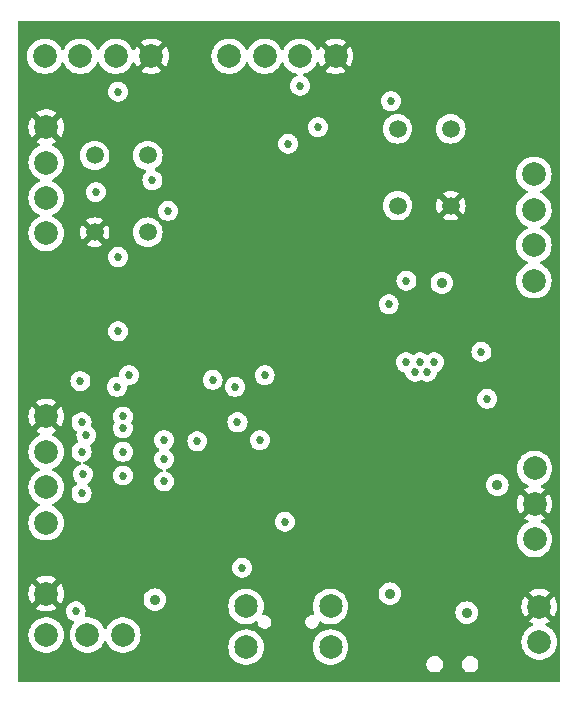
<source format=gbr>
%TF.GenerationSoftware,KiCad,Pcbnew,8.0.6*%
%TF.CreationDate,2025-01-16T10:56:52-08:00*%
%TF.ProjectId,DeskCleanerRobot2,4465736b-436c-4656-916e-6572526f626f,rev?*%
%TF.SameCoordinates,Original*%
%TF.FileFunction,Copper,L2,Inr*%
%TF.FilePolarity,Positive*%
%FSLAX46Y46*%
G04 Gerber Fmt 4.6, Leading zero omitted, Abs format (unit mm)*
G04 Created by KiCad (PCBNEW 8.0.6) date 2025-01-16 10:56:52*
%MOMM*%
%LPD*%
G01*
G04 APERTURE LIST*
%TA.AperFunction,ComponentPad*%
%ADD10C,2.000000*%
%TD*%
%TA.AperFunction,ComponentPad*%
%ADD11C,1.500000*%
%TD*%
%TA.AperFunction,ComponentPad*%
%ADD12C,1.995000*%
%TD*%
%TA.AperFunction,ViaPad*%
%ADD13C,0.685800*%
%TD*%
%TA.AperFunction,ViaPad*%
%ADD14C,0.889000*%
%TD*%
G04 APERTURE END LIST*
D10*
%TO.N,SC7*%
%TO.C,SC7*%
X116000000Y-33500000D03*
%TD*%
%TO.N,+3.3V*%
%TO.C,3V1*%
X100500000Y-42500000D03*
%TD*%
%TO.N,GND*%
%TO.C,-E1*%
X141850000Y-71400000D03*
%TD*%
%TO.N,ESCsignal*%
%TO.C,SIG1*%
X141850000Y-74400000D03*
%TD*%
%TO.N,SC3*%
%TO.C,SC3*%
X107000000Y-82500000D03*
%TD*%
%TO.N,GND*%
%TO.C,GN0*%
X109400000Y-33500000D03*
%TD*%
%TO.N,SD1*%
%TO.C,SD1*%
X100500000Y-45500000D03*
%TD*%
%TO.N,+3.3V*%
%TO.C,3V3*%
X100500000Y-82500000D03*
%TD*%
%TO.N,AOUT1*%
%TO.C,AO1*%
X141800000Y-52500000D03*
%TD*%
%TO.N,ESC+*%
%TO.C,+E1*%
X141850000Y-68400000D03*
%TD*%
%TO.N,BOUT2*%
%TO.C,BO2*%
X141800000Y-43500000D03*
%TD*%
%TO.N,+3.3V*%
%TO.C,3V7*%
X122000000Y-33500000D03*
%TD*%
D11*
%TO.N,unconnected-(BOOT1-Pad1)*%
%TO.C,BOOT1*%
X109100000Y-41900000D03*
%TO.N,Net-(IC8-IO0)*%
X109100000Y-48400000D03*
%TO.N,unconnected-(BOOT1-Pad3)*%
X104600000Y-41900000D03*
%TO.N,GND*%
X104600000Y-48400000D03*
%TD*%
D10*
%TO.N,GND*%
%TO.C,-BAT1*%
X142250000Y-80100000D03*
%TD*%
D12*
%TO.N,unconnected-(USB1-PadMH1)*%
%TO.C,USB1*%
X117425000Y-80080000D03*
%TO.N,unconnected-(USB1-PadMH2)*%
X124575000Y-80080000D03*
%TO.N,unconnected-(USB1-PadMH3)*%
X124575000Y-83530000D03*
%TO.N,unconnected-(USB1-PadMH4)*%
X117425000Y-83530000D03*
%TD*%
D10*
%TO.N,BOUT1*%
%TO.C,BO1*%
X141800000Y-46500000D03*
%TD*%
%TO.N,+BATT*%
%TO.C,+BAT1*%
X142250000Y-83100000D03*
%TD*%
%TO.N,GND*%
%TO.C,GN3*%
X100500000Y-79000000D03*
%TD*%
%TO.N,AOUT2*%
%TO.C,AO2*%
X141800000Y-49500000D03*
%TD*%
%TO.N,SD3*%
%TO.C,SD3*%
X104000000Y-82500000D03*
%TD*%
%TO.N,SD2*%
%TO.C,SD2*%
X100500000Y-70000000D03*
%TD*%
D11*
%TO.N,Net-(IC8-EN)*%
%TO.C,RESET1*%
X130250000Y-46150000D03*
%TO.N,unconnected-(RESET1-Pad2)*%
X130250000Y-39650000D03*
%TO.N,GND*%
X134750000Y-46150000D03*
%TO.N,unconnected-(RESET1-Pad4)*%
X134750000Y-39650000D03*
%TD*%
D10*
%TO.N,+3.3V*%
%TO.C,3V0*%
X106400000Y-33500000D03*
%TD*%
%TO.N,SD0*%
%TO.C,SD0*%
X103400000Y-33500000D03*
%TD*%
%TO.N,SC1*%
%TO.C,SC1*%
X100500000Y-48500000D03*
%TD*%
%TO.N,SC0*%
%TO.C,SC0*%
X100400000Y-33500000D03*
%TD*%
%TO.N,SC2*%
%TO.C,SC2*%
X100500000Y-73000000D03*
%TD*%
%TO.N,+3.3V*%
%TO.C,3V2*%
X100500000Y-67000000D03*
%TD*%
%TO.N,GND*%
%TO.C,GN1*%
X100500000Y-39500000D03*
%TD*%
%TO.N,GND*%
%TO.C,GN2*%
X100500000Y-64000000D03*
%TD*%
%TO.N,GND*%
%TO.C,GN7*%
X125000000Y-33500000D03*
%TD*%
%TO.N,SD7*%
%TO.C,SD7*%
X119000000Y-33500000D03*
%TD*%
D13*
%TO.N,+5V*%
X117100000Y-76800000D03*
X120700000Y-72900000D03*
D14*
%TO.N,+BATT*%
X136100000Y-80600000D03*
X129600000Y-79000000D03*
X109700000Y-79500000D03*
%TO.N,ESC+*%
X138700000Y-69800000D03*
X134000000Y-52700000D03*
D13*
%TO.N,+3.3V*%
X137850000Y-62515000D03*
X131000000Y-52500000D03*
X116500000Y-61500000D03*
X110800000Y-46600000D03*
X137350000Y-58515000D03*
X133350000Y-59415000D03*
X107500000Y-60500000D03*
X131750000Y-60215000D03*
X130950000Y-59415000D03*
X104700000Y-45000000D03*
X103000000Y-80500000D03*
X118600000Y-66000000D03*
X132150000Y-59415000D03*
X103500000Y-64500000D03*
X119000000Y-60500000D03*
X103900000Y-65600000D03*
X114600000Y-60900000D03*
X132750000Y-60215000D03*
X106600000Y-50500000D03*
X103400000Y-61000000D03*
X103500000Y-70500000D03*
X129700000Y-37300000D03*
X106600000Y-56800000D03*
X122000000Y-36000000D03*
X106600000Y-36500000D03*
%TO.N,SC2*%
X110500000Y-67625000D03*
X103600000Y-68900000D03*
%TO.N,SD0*%
X106500000Y-61500000D03*
%TO.N,SD3*%
X107000000Y-69000000D03*
%TO.N,SD2*%
X103500000Y-67000000D03*
X107000000Y-67000000D03*
%TO.N,SD1*%
X107000000Y-65000000D03*
%TO.N,SC0*%
X109500000Y-44000000D03*
X107000000Y-64000000D03*
%TO.N,SD7*%
X113300000Y-66100000D03*
X123500000Y-39500000D03*
%TO.N,SC3*%
X110500000Y-69500000D03*
%TO.N,SC1*%
X110500000Y-66000000D03*
%TO.N,SC7*%
X116700000Y-64500000D03*
X121000000Y-40900000D03*
%TO.N,ESCsignal*%
X129500000Y-54500000D03*
%TO.N,GND*%
X117000000Y-72000000D03*
X135550000Y-63415000D03*
X105500000Y-53500000D03*
X107650000Y-74950000D03*
X133800000Y-68800000D03*
X135550000Y-62615000D03*
X122500000Y-79000000D03*
X113500000Y-64000000D03*
X139300000Y-76100000D03*
X129800000Y-68800000D03*
X140300000Y-79100000D03*
X103400000Y-39800000D03*
X135150000Y-36350000D03*
X103500000Y-62900000D03*
X125500000Y-45500000D03*
X129450000Y-63415000D03*
X140300000Y-77700000D03*
X118500000Y-55000000D03*
X107500000Y-62000000D03*
X130350000Y-62615000D03*
X136600000Y-54900000D03*
X130350000Y-63415000D03*
X129800000Y-67400000D03*
X132000000Y-54900000D03*
X129450000Y-62615000D03*
X110800000Y-80200000D03*
X116500000Y-53000000D03*
X103200000Y-77800000D03*
X133800000Y-67400000D03*
X123600000Y-68800000D03*
X113000000Y-42500000D03*
X123600000Y-67400000D03*
X108400000Y-52800000D03*
X125000000Y-36600000D03*
X123600000Y-70200000D03*
X133800000Y-70200000D03*
X124150000Y-59450000D03*
X129800000Y-70200000D03*
X118400000Y-76100000D03*
X140400000Y-62750000D03*
X110500000Y-71000000D03*
X131950000Y-48000000D03*
X116500000Y-48500000D03*
X127000000Y-59350000D03*
X116500000Y-51000000D03*
X106250000Y-76550000D03*
X127000000Y-42500000D03*
X111000000Y-57800000D03*
X134500000Y-44500000D03*
X128100000Y-79900000D03*
X118500000Y-47500000D03*
X139400000Y-54900000D03*
X109600000Y-36500000D03*
%TD*%
%TA.AperFunction,Conductor*%
%TO.N,GND*%
G36*
X143943039Y-30520185D02*
G01*
X143988794Y-30572989D01*
X144000000Y-30624500D01*
X144000000Y-80056964D01*
X143987541Y-80099391D01*
X143997456Y-80118044D01*
X144000000Y-80143035D01*
X144000000Y-83050906D01*
X143985250Y-83101137D01*
X143997456Y-83124102D01*
X144000000Y-83149093D01*
X144000000Y-86375500D01*
X143980315Y-86442539D01*
X143927511Y-86488294D01*
X143876000Y-86499500D01*
X98224500Y-86499500D01*
X98157461Y-86479815D01*
X98111706Y-86427011D01*
X98100500Y-86375500D01*
X98100500Y-85043995D01*
X132699499Y-85043995D01*
X132726418Y-85179322D01*
X132726421Y-85179332D01*
X132779221Y-85306804D01*
X132779228Y-85306817D01*
X132855885Y-85421541D01*
X132855888Y-85421545D01*
X132953454Y-85519111D01*
X132953458Y-85519114D01*
X133068182Y-85595771D01*
X133068195Y-85595778D01*
X133195667Y-85648578D01*
X133195672Y-85648580D01*
X133195676Y-85648580D01*
X133195677Y-85648581D01*
X133331004Y-85675500D01*
X133331007Y-85675500D01*
X133468995Y-85675500D01*
X133560041Y-85657389D01*
X133604328Y-85648580D01*
X133731811Y-85595775D01*
X133846542Y-85519114D01*
X133944114Y-85421542D01*
X134020775Y-85306811D01*
X134073580Y-85179328D01*
X134100500Y-85043995D01*
X135699499Y-85043995D01*
X135726418Y-85179322D01*
X135726421Y-85179332D01*
X135779221Y-85306804D01*
X135779228Y-85306817D01*
X135855885Y-85421541D01*
X135855888Y-85421545D01*
X135953454Y-85519111D01*
X135953458Y-85519114D01*
X136068182Y-85595771D01*
X136068195Y-85595778D01*
X136195667Y-85648578D01*
X136195672Y-85648580D01*
X136195676Y-85648580D01*
X136195677Y-85648581D01*
X136331004Y-85675500D01*
X136331007Y-85675500D01*
X136468995Y-85675500D01*
X136560041Y-85657389D01*
X136604328Y-85648580D01*
X136731811Y-85595775D01*
X136846542Y-85519114D01*
X136944114Y-85421542D01*
X137020775Y-85306811D01*
X137073580Y-85179328D01*
X137100500Y-85043993D01*
X137100500Y-84906007D01*
X137100500Y-84906004D01*
X137073581Y-84770677D01*
X137073580Y-84770676D01*
X137073580Y-84770672D01*
X137073578Y-84770667D01*
X137020778Y-84643195D01*
X137020771Y-84643182D01*
X136944114Y-84528458D01*
X136944111Y-84528454D01*
X136846545Y-84430888D01*
X136846541Y-84430885D01*
X136731817Y-84354228D01*
X136731804Y-84354221D01*
X136604332Y-84301421D01*
X136604322Y-84301418D01*
X136468995Y-84274500D01*
X136468993Y-84274500D01*
X136331007Y-84274500D01*
X136331005Y-84274500D01*
X136195677Y-84301418D01*
X136195667Y-84301421D01*
X136068195Y-84354221D01*
X136068182Y-84354228D01*
X135953458Y-84430885D01*
X135953454Y-84430888D01*
X135855888Y-84528454D01*
X135855885Y-84528458D01*
X135779228Y-84643182D01*
X135779221Y-84643195D01*
X135726421Y-84770667D01*
X135726418Y-84770677D01*
X135699500Y-84906004D01*
X135699500Y-84906007D01*
X135699500Y-85043993D01*
X135699500Y-85043995D01*
X135699499Y-85043995D01*
X134100500Y-85043995D01*
X134100500Y-85043993D01*
X134100500Y-84906007D01*
X134100500Y-84906004D01*
X134073581Y-84770677D01*
X134073580Y-84770676D01*
X134073580Y-84770672D01*
X134073578Y-84770667D01*
X134020778Y-84643195D01*
X134020771Y-84643182D01*
X133944114Y-84528458D01*
X133944111Y-84528454D01*
X133846545Y-84430888D01*
X133846541Y-84430885D01*
X133731817Y-84354228D01*
X133731804Y-84354221D01*
X133604332Y-84301421D01*
X133604322Y-84301418D01*
X133468995Y-84274500D01*
X133468993Y-84274500D01*
X133331007Y-84274500D01*
X133331005Y-84274500D01*
X133195677Y-84301418D01*
X133195667Y-84301421D01*
X133068195Y-84354221D01*
X133068182Y-84354228D01*
X132953458Y-84430885D01*
X132953454Y-84430888D01*
X132855888Y-84528454D01*
X132855885Y-84528458D01*
X132779228Y-84643182D01*
X132779221Y-84643195D01*
X132726421Y-84770667D01*
X132726418Y-84770677D01*
X132699500Y-84906004D01*
X132699500Y-84906007D01*
X132699500Y-85043993D01*
X132699500Y-85043995D01*
X132699499Y-85043995D01*
X98100500Y-85043995D01*
X98100500Y-82499994D01*
X98994357Y-82499994D01*
X98994357Y-82500005D01*
X99014890Y-82747812D01*
X99014892Y-82747824D01*
X99075936Y-82988881D01*
X99175826Y-83216606D01*
X99311833Y-83424782D01*
X99311836Y-83424785D01*
X99480256Y-83607738D01*
X99676491Y-83760474D01*
X99895190Y-83878828D01*
X100130386Y-83959571D01*
X100375665Y-84000500D01*
X100624335Y-84000500D01*
X100869614Y-83959571D01*
X101104810Y-83878828D01*
X101323509Y-83760474D01*
X101519744Y-83607738D01*
X101688164Y-83424785D01*
X101824173Y-83216607D01*
X101924063Y-82988881D01*
X101985108Y-82747821D01*
X101985109Y-82747812D01*
X102005643Y-82500005D01*
X102005643Y-82499994D01*
X101985109Y-82252187D01*
X101985107Y-82252175D01*
X101924063Y-82011118D01*
X101824173Y-81783393D01*
X101688166Y-81575217D01*
X101640732Y-81523690D01*
X101519744Y-81392262D01*
X101323509Y-81239526D01*
X101323507Y-81239525D01*
X101323506Y-81239524D01*
X101104811Y-81121172D01*
X101104802Y-81121169D01*
X100869616Y-81040429D01*
X100624335Y-80999500D01*
X100375665Y-80999500D01*
X100130383Y-81040429D01*
X99895197Y-81121169D01*
X99895188Y-81121172D01*
X99676493Y-81239524D01*
X99480257Y-81392261D01*
X99311833Y-81575217D01*
X99175826Y-81783393D01*
X99075936Y-82011118D01*
X99014892Y-82252175D01*
X99014890Y-82252187D01*
X98994357Y-82499994D01*
X98100500Y-82499994D01*
X98100500Y-78999994D01*
X98994859Y-78999994D01*
X98994859Y-79000005D01*
X99015385Y-79247729D01*
X99015387Y-79247738D01*
X99076412Y-79488717D01*
X99176266Y-79716364D01*
X99276564Y-79869882D01*
X100017037Y-79129409D01*
X100034075Y-79192993D01*
X100099901Y-79307007D01*
X100192993Y-79400099D01*
X100307007Y-79465925D01*
X100370590Y-79482962D01*
X99629942Y-80223609D01*
X99676768Y-80260055D01*
X99676770Y-80260056D01*
X99895385Y-80378364D01*
X99895396Y-80378369D01*
X100130506Y-80459083D01*
X100375707Y-80500000D01*
X100624293Y-80500000D01*
X102151954Y-80500000D01*
X102170486Y-80676320D01*
X102170487Y-80676322D01*
X102225271Y-80844933D01*
X102225272Y-80844934D01*
X102279863Y-80939487D01*
X102313916Y-80998469D01*
X102351697Y-81040429D01*
X102432543Y-81130219D01*
X102432546Y-81130221D01*
X102575977Y-81234429D01*
X102737939Y-81306540D01*
X102793821Y-81318418D01*
X102855300Y-81351608D01*
X102889077Y-81412771D01*
X102884425Y-81482486D01*
X102859268Y-81523690D01*
X102811833Y-81575217D01*
X102675826Y-81783393D01*
X102575936Y-82011118D01*
X102514892Y-82252175D01*
X102514890Y-82252187D01*
X102494357Y-82499994D01*
X102494357Y-82500005D01*
X102514890Y-82747812D01*
X102514892Y-82747824D01*
X102575936Y-82988881D01*
X102675826Y-83216606D01*
X102811833Y-83424782D01*
X102811836Y-83424785D01*
X102980256Y-83607738D01*
X103176491Y-83760474D01*
X103395190Y-83878828D01*
X103630386Y-83959571D01*
X103875665Y-84000500D01*
X104124335Y-84000500D01*
X104369614Y-83959571D01*
X104604810Y-83878828D01*
X104823509Y-83760474D01*
X105019744Y-83607738D01*
X105188164Y-83424785D01*
X105324173Y-83216607D01*
X105374823Y-83101137D01*
X105386444Y-83074644D01*
X105431400Y-83021158D01*
X105498136Y-83000468D01*
X105565464Y-83019143D01*
X105612007Y-83071253D01*
X105613556Y-83074644D01*
X105675826Y-83216606D01*
X105811833Y-83424782D01*
X105811836Y-83424785D01*
X105980256Y-83607738D01*
X106176491Y-83760474D01*
X106395190Y-83878828D01*
X106630386Y-83959571D01*
X106875665Y-84000500D01*
X107124335Y-84000500D01*
X107369614Y-83959571D01*
X107604810Y-83878828D01*
X107823509Y-83760474D01*
X108019744Y-83607738D01*
X108091312Y-83529994D01*
X115921866Y-83529994D01*
X115921866Y-83530005D01*
X115942366Y-83777404D01*
X116003309Y-84018065D01*
X116103033Y-84245414D01*
X116178206Y-84360474D01*
X116238816Y-84453244D01*
X116406955Y-84635892D01*
X116602864Y-84788373D01*
X116803216Y-84896798D01*
X116820231Y-84906007D01*
X116821198Y-84906530D01*
X117056002Y-84987138D01*
X117300872Y-85028000D01*
X117300873Y-85028000D01*
X117549127Y-85028000D01*
X117549128Y-85028000D01*
X117793998Y-84987138D01*
X118028802Y-84906530D01*
X118247136Y-84788373D01*
X118443045Y-84635892D01*
X118611184Y-84453244D01*
X118746967Y-84245413D01*
X118846690Y-84018067D01*
X118907633Y-83777408D01*
X118916744Y-83667448D01*
X118928134Y-83530005D01*
X118928134Y-83529994D01*
X123071866Y-83529994D01*
X123071866Y-83530005D01*
X123092366Y-83777404D01*
X123153309Y-84018065D01*
X123253033Y-84245414D01*
X123328206Y-84360474D01*
X123388816Y-84453244D01*
X123556955Y-84635892D01*
X123752864Y-84788373D01*
X123953216Y-84896798D01*
X123970231Y-84906007D01*
X123971198Y-84906530D01*
X124206002Y-84987138D01*
X124450872Y-85028000D01*
X124450873Y-85028000D01*
X124699127Y-85028000D01*
X124699128Y-85028000D01*
X124943998Y-84987138D01*
X125178802Y-84906530D01*
X125397136Y-84788373D01*
X125593045Y-84635892D01*
X125761184Y-84453244D01*
X125896967Y-84245413D01*
X125996690Y-84018067D01*
X126057633Y-83777408D01*
X126066744Y-83667448D01*
X126078134Y-83530005D01*
X126078134Y-83529994D01*
X126057633Y-83282595D01*
X126057633Y-83282592D01*
X126011393Y-83099994D01*
X140744357Y-83099994D01*
X140744357Y-83100005D01*
X140764890Y-83347812D01*
X140764892Y-83347824D01*
X140825936Y-83588881D01*
X140925826Y-83816606D01*
X141061833Y-84024782D01*
X141061836Y-84024785D01*
X141230256Y-84207738D01*
X141426491Y-84360474D01*
X141645190Y-84478828D01*
X141880386Y-84559571D01*
X142125665Y-84600500D01*
X142374335Y-84600500D01*
X142619614Y-84559571D01*
X142854810Y-84478828D01*
X143073509Y-84360474D01*
X143269744Y-84207738D01*
X143438164Y-84024785D01*
X143574173Y-83816607D01*
X143674063Y-83588881D01*
X143735108Y-83347821D01*
X143752424Y-83138853D01*
X143766930Y-83101258D01*
X143757023Y-83085841D01*
X143752424Y-83061146D01*
X143735109Y-82852187D01*
X143735107Y-82852175D01*
X143674063Y-82611118D01*
X143574173Y-82383393D01*
X143438166Y-82175217D01*
X143306325Y-82032000D01*
X143269744Y-81992262D01*
X143073509Y-81839526D01*
X143073507Y-81839525D01*
X143073506Y-81839524D01*
X142854811Y-81721172D01*
X142854802Y-81721169D01*
X142842705Y-81717016D01*
X142785690Y-81676631D01*
X142759559Y-81611831D01*
X142772610Y-81543191D01*
X142820699Y-81492504D01*
X142842707Y-81482453D01*
X142854608Y-81478367D01*
X142854614Y-81478364D01*
X143073228Y-81360057D01*
X143073231Y-81360055D01*
X143120056Y-81323609D01*
X142379409Y-80582962D01*
X142442993Y-80565925D01*
X142557007Y-80500099D01*
X142650099Y-80407007D01*
X142715925Y-80292993D01*
X142732962Y-80229410D01*
X143473434Y-80969882D01*
X143573731Y-80816369D01*
X143673587Y-80588717D01*
X143734612Y-80347738D01*
X143734614Y-80347730D01*
X143752424Y-80132795D01*
X143764009Y-80102770D01*
X143757023Y-80091899D01*
X143752424Y-80067204D01*
X143734614Y-79852270D01*
X143734612Y-79852261D01*
X143673587Y-79611282D01*
X143573731Y-79383630D01*
X143473434Y-79230116D01*
X142732962Y-79970589D01*
X142715925Y-79907007D01*
X142650099Y-79792993D01*
X142557007Y-79699901D01*
X142442993Y-79634075D01*
X142379410Y-79617037D01*
X143120057Y-78876390D01*
X143120056Y-78876389D01*
X143073229Y-78839943D01*
X142854614Y-78721635D01*
X142854603Y-78721630D01*
X142619493Y-78640916D01*
X142374293Y-78600000D01*
X142125707Y-78600000D01*
X141880506Y-78640916D01*
X141645396Y-78721630D01*
X141645390Y-78721632D01*
X141426761Y-78839949D01*
X141379942Y-78876388D01*
X141379942Y-78876390D01*
X142120590Y-79617037D01*
X142057007Y-79634075D01*
X141942993Y-79699901D01*
X141849901Y-79792993D01*
X141784075Y-79907007D01*
X141767037Y-79970589D01*
X141026564Y-79230116D01*
X140926267Y-79383632D01*
X140826412Y-79611282D01*
X140765387Y-79852261D01*
X140765385Y-79852270D01*
X140744859Y-80099994D01*
X140744859Y-80100005D01*
X140765385Y-80347729D01*
X140765387Y-80347738D01*
X140826412Y-80588717D01*
X140926266Y-80816364D01*
X141026564Y-80969882D01*
X141767037Y-80229409D01*
X141784075Y-80292993D01*
X141849901Y-80407007D01*
X141942993Y-80500099D01*
X142057007Y-80565925D01*
X142120590Y-80582962D01*
X141379942Y-81323609D01*
X141426768Y-81360055D01*
X141426770Y-81360056D01*
X141645385Y-81478364D01*
X141645396Y-81478369D01*
X141657294Y-81482454D01*
X141714309Y-81522839D01*
X141740440Y-81587639D01*
X141727389Y-81656279D01*
X141679300Y-81706967D01*
X141657296Y-81717016D01*
X141645191Y-81721171D01*
X141645188Y-81721172D01*
X141426493Y-81839524D01*
X141230257Y-81992261D01*
X141061833Y-82175217D01*
X140925826Y-82383393D01*
X140825936Y-82611118D01*
X140764892Y-82852175D01*
X140764890Y-82852187D01*
X140744357Y-83099994D01*
X126011393Y-83099994D01*
X125996690Y-83041933D01*
X125896967Y-82814587D01*
X125853348Y-82747824D01*
X125761185Y-82606758D01*
X125761184Y-82606756D01*
X125593045Y-82424108D01*
X125397136Y-82271627D01*
X125218987Y-82175217D01*
X125178803Y-82153470D01*
X125178797Y-82153468D01*
X124944000Y-82072862D01*
X124780751Y-82045620D01*
X124699128Y-82032000D01*
X124450872Y-82032000D01*
X124389654Y-82042215D01*
X124205999Y-82072862D01*
X123971202Y-82153468D01*
X123971196Y-82153470D01*
X123752862Y-82271628D01*
X123556957Y-82424106D01*
X123388817Y-82606754D01*
X123388814Y-82606758D01*
X123253033Y-82814585D01*
X123153309Y-83041934D01*
X123092366Y-83282595D01*
X123071866Y-83529994D01*
X118928134Y-83529994D01*
X118907633Y-83282595D01*
X118907633Y-83282592D01*
X118846690Y-83041933D01*
X118746967Y-82814587D01*
X118703348Y-82747824D01*
X118611185Y-82606758D01*
X118611184Y-82606756D01*
X118443045Y-82424108D01*
X118247136Y-82271627D01*
X118068987Y-82175217D01*
X118028803Y-82153470D01*
X118028797Y-82153468D01*
X117794000Y-82072862D01*
X117630751Y-82045620D01*
X117549128Y-82032000D01*
X117300872Y-82032000D01*
X117239654Y-82042215D01*
X117055999Y-82072862D01*
X116821202Y-82153468D01*
X116821196Y-82153470D01*
X116602862Y-82271628D01*
X116406957Y-82424106D01*
X116238817Y-82606754D01*
X116238814Y-82606758D01*
X116103033Y-82814585D01*
X116003309Y-83041934D01*
X115942366Y-83282595D01*
X115921866Y-83529994D01*
X108091312Y-83529994D01*
X108188164Y-83424785D01*
X108324173Y-83216607D01*
X108424063Y-82988881D01*
X108485108Y-82747821D01*
X108485109Y-82747812D01*
X108505643Y-82500005D01*
X108505643Y-82499994D01*
X108485109Y-82252187D01*
X108485107Y-82252175D01*
X108424063Y-82011118D01*
X108324173Y-81783393D01*
X108188166Y-81575217D01*
X108140732Y-81523690D01*
X108019744Y-81392262D01*
X107823509Y-81239526D01*
X107823507Y-81239525D01*
X107823506Y-81239524D01*
X107604811Y-81121172D01*
X107604802Y-81121169D01*
X107369616Y-81040429D01*
X107124335Y-80999500D01*
X106875665Y-80999500D01*
X106630383Y-81040429D01*
X106395197Y-81121169D01*
X106395188Y-81121172D01*
X106176493Y-81239524D01*
X105980257Y-81392261D01*
X105811833Y-81575217D01*
X105675826Y-81783393D01*
X105613556Y-81925355D01*
X105568600Y-81978841D01*
X105501864Y-81999531D01*
X105434536Y-81980856D01*
X105387993Y-81928746D01*
X105386444Y-81925355D01*
X105324173Y-81783393D01*
X105188166Y-81575217D01*
X105140732Y-81523690D01*
X105019744Y-81392262D01*
X104823509Y-81239526D01*
X104823507Y-81239525D01*
X104823506Y-81239524D01*
X104604811Y-81121172D01*
X104604802Y-81121169D01*
X104369616Y-81040429D01*
X104124335Y-80999500D01*
X103895178Y-80999500D01*
X103828139Y-80979815D01*
X103782384Y-80927011D01*
X103772440Y-80857853D01*
X103777247Y-80837182D01*
X103804920Y-80752011D01*
X103829514Y-80676319D01*
X103848046Y-80500000D01*
X103829514Y-80323681D01*
X103774729Y-80155069D01*
X103774728Y-80155068D01*
X103774728Y-80155066D01*
X103774727Y-80155065D01*
X103742934Y-80099999D01*
X103686084Y-80001531D01*
X103620372Y-79928550D01*
X103567456Y-79869780D01*
X103457015Y-79789541D01*
X103424023Y-79765571D01*
X103424021Y-79765570D01*
X103424022Y-79765570D01*
X103262066Y-79693461D01*
X103262058Y-79693459D01*
X103088645Y-79656600D01*
X102911355Y-79656600D01*
X102737941Y-79693459D01*
X102737933Y-79693461D01*
X102575978Y-79765570D01*
X102432543Y-79869780D01*
X102313915Y-80001532D01*
X102225272Y-80155065D01*
X102225271Y-80155066D01*
X102170487Y-80323677D01*
X102170486Y-80323679D01*
X102151954Y-80500000D01*
X100624293Y-80500000D01*
X100869493Y-80459083D01*
X101104603Y-80378369D01*
X101104614Y-80378364D01*
X101323228Y-80260057D01*
X101323231Y-80260055D01*
X101370056Y-80223609D01*
X100629409Y-79482962D01*
X100692993Y-79465925D01*
X100807007Y-79400099D01*
X100900099Y-79307007D01*
X100965925Y-79192993D01*
X100982962Y-79129409D01*
X101723434Y-79869882D01*
X101823731Y-79716369D01*
X101918638Y-79500000D01*
X108750428Y-79500000D01*
X108768673Y-79685250D01*
X108822711Y-79863389D01*
X108910458Y-80027552D01*
X108910460Y-80027554D01*
X109028550Y-80171449D01*
X109172445Y-80289539D01*
X109172447Y-80289541D01*
X109336610Y-80377288D01*
X109336612Y-80377288D01*
X109336615Y-80377290D01*
X109514748Y-80431326D01*
X109514747Y-80431326D01*
X109531357Y-80432961D01*
X109700000Y-80449572D01*
X109885252Y-80431326D01*
X110063385Y-80377290D01*
X110227554Y-80289540D01*
X110371449Y-80171449D01*
X110446504Y-80079994D01*
X115921866Y-80079994D01*
X115921866Y-80080005D01*
X115942366Y-80327404D01*
X116003309Y-80568065D01*
X116103033Y-80795414D01*
X116189010Y-80927011D01*
X116238816Y-81003244D01*
X116406955Y-81185892D01*
X116602864Y-81338373D01*
X116821198Y-81456530D01*
X117056002Y-81537138D01*
X117300872Y-81578000D01*
X117300873Y-81578000D01*
X117549127Y-81578000D01*
X117549128Y-81578000D01*
X117793998Y-81537138D01*
X118028802Y-81456530D01*
X118241484Y-81341431D01*
X118309810Y-81326837D01*
X118375183Y-81351500D01*
X118416844Y-81407590D01*
X118424500Y-81450487D01*
X118424500Y-81475766D01*
X118426292Y-81482453D01*
X118463719Y-81622136D01*
X118474281Y-81640429D01*
X118539485Y-81753365D01*
X118646635Y-81860515D01*
X118777865Y-81936281D01*
X118924234Y-81975500D01*
X118924236Y-81975500D01*
X119075764Y-81975500D01*
X119075766Y-81975500D01*
X119222135Y-81936281D01*
X119353365Y-81860515D01*
X119460515Y-81753365D01*
X119536281Y-81622135D01*
X119575500Y-81475766D01*
X119575500Y-81324234D01*
X122424500Y-81324234D01*
X122424500Y-81475766D01*
X122426292Y-81482453D01*
X122463719Y-81622136D01*
X122474281Y-81640429D01*
X122539485Y-81753365D01*
X122646635Y-81860515D01*
X122777865Y-81936281D01*
X122924234Y-81975500D01*
X122924236Y-81975500D01*
X123075764Y-81975500D01*
X123075766Y-81975500D01*
X123222135Y-81936281D01*
X123353365Y-81860515D01*
X123460515Y-81753365D01*
X123536281Y-81622135D01*
X123575500Y-81475766D01*
X123575500Y-81450487D01*
X123595185Y-81383448D01*
X123647989Y-81337693D01*
X123717147Y-81327749D01*
X123758514Y-81341430D01*
X123890339Y-81412771D01*
X123960031Y-81450487D01*
X123971198Y-81456530D01*
X124206002Y-81537138D01*
X124450872Y-81578000D01*
X124450873Y-81578000D01*
X124699127Y-81578000D01*
X124699128Y-81578000D01*
X124943998Y-81537138D01*
X125178802Y-81456530D01*
X125397136Y-81338373D01*
X125593045Y-81185892D01*
X125761184Y-81003244D01*
X125896967Y-80795413D01*
X125982683Y-80600000D01*
X135150428Y-80600000D01*
X135168673Y-80785250D01*
X135222711Y-80963389D01*
X135310458Y-81127552D01*
X135310460Y-81127554D01*
X135428550Y-81271449D01*
X135572445Y-81389539D01*
X135572447Y-81389541D01*
X135736610Y-81477288D01*
X135736612Y-81477288D01*
X135736615Y-81477290D01*
X135914748Y-81531326D01*
X135914747Y-81531326D01*
X135931357Y-81532961D01*
X136100000Y-81549572D01*
X136285252Y-81531326D01*
X136463385Y-81477290D01*
X136502223Y-81456531D01*
X136627552Y-81389541D01*
X136627551Y-81389541D01*
X136627554Y-81389540D01*
X136771449Y-81271449D01*
X136889540Y-81127554D01*
X136937990Y-81036910D01*
X136977288Y-80963389D01*
X136977288Y-80963388D01*
X136977290Y-80963385D01*
X137031326Y-80785252D01*
X137049572Y-80600000D01*
X137031326Y-80414748D01*
X136977290Y-80236615D01*
X136977288Y-80236612D01*
X136977288Y-80236610D01*
X136889541Y-80072447D01*
X136889539Y-80072445D01*
X136771449Y-79928550D01*
X136627554Y-79810460D01*
X136627552Y-79810458D01*
X136463389Y-79722711D01*
X136339896Y-79685250D01*
X136285252Y-79668674D01*
X136285250Y-79668673D01*
X136285252Y-79668673D01*
X136100000Y-79650428D01*
X135914749Y-79668673D01*
X135736610Y-79722711D01*
X135572447Y-79810458D01*
X135572445Y-79810460D01*
X135428550Y-79928550D01*
X135310460Y-80072445D01*
X135310458Y-80072447D01*
X135222711Y-80236610D01*
X135168673Y-80414749D01*
X135150428Y-80600000D01*
X125982683Y-80600000D01*
X125996690Y-80568067D01*
X126057633Y-80327408D01*
X126074982Y-80118044D01*
X126078134Y-80080005D01*
X126078134Y-80079994D01*
X126060723Y-79869882D01*
X126057633Y-79832592D01*
X125996690Y-79591933D01*
X125896967Y-79364587D01*
X125896184Y-79363389D01*
X125820620Y-79247729D01*
X125761184Y-79156756D01*
X125616880Y-79000000D01*
X128650428Y-79000000D01*
X128668673Y-79185250D01*
X128722711Y-79363389D01*
X128810458Y-79527552D01*
X128810460Y-79527554D01*
X128928550Y-79671449D01*
X129072445Y-79789539D01*
X129072447Y-79789541D01*
X129236610Y-79877288D01*
X129236612Y-79877288D01*
X129236615Y-79877290D01*
X129414748Y-79931326D01*
X129414747Y-79931326D01*
X129431357Y-79932961D01*
X129600000Y-79949572D01*
X129785252Y-79931326D01*
X129963385Y-79877290D01*
X129977245Y-79869882D01*
X130127552Y-79789541D01*
X130127551Y-79789541D01*
X130127554Y-79789540D01*
X130271449Y-79671449D01*
X130389540Y-79527554D01*
X130477290Y-79363385D01*
X130531326Y-79185252D01*
X130549572Y-79000000D01*
X130531326Y-78814748D01*
X130477290Y-78636615D01*
X130477288Y-78636612D01*
X130477288Y-78636610D01*
X130389541Y-78472447D01*
X130389539Y-78472445D01*
X130271449Y-78328550D01*
X130127554Y-78210460D01*
X130127552Y-78210458D01*
X129963389Y-78122711D01*
X129874318Y-78095692D01*
X129785252Y-78068674D01*
X129785250Y-78068673D01*
X129785252Y-78068673D01*
X129600000Y-78050428D01*
X129414749Y-78068673D01*
X129236610Y-78122711D01*
X129072447Y-78210458D01*
X129072445Y-78210460D01*
X128928550Y-78328550D01*
X128810460Y-78472445D01*
X128810458Y-78472447D01*
X128722711Y-78636610D01*
X128668673Y-78814749D01*
X128650428Y-79000000D01*
X125616880Y-79000000D01*
X125593045Y-78974108D01*
X125397136Y-78821627D01*
X125268976Y-78752270D01*
X125178803Y-78703470D01*
X125178797Y-78703468D01*
X124944000Y-78622862D01*
X124780751Y-78595620D01*
X124699128Y-78582000D01*
X124450872Y-78582000D01*
X124389654Y-78592215D01*
X124205999Y-78622862D01*
X123971202Y-78703468D01*
X123971196Y-78703470D01*
X123752862Y-78821628D01*
X123556957Y-78974106D01*
X123388817Y-79156754D01*
X123388814Y-79156758D01*
X123253033Y-79364585D01*
X123153309Y-79591934D01*
X123092366Y-79832595D01*
X123071866Y-80079994D01*
X123071866Y-80080005D01*
X123092366Y-80327404D01*
X123153309Y-80568065D01*
X123189552Y-80650690D01*
X123198455Y-80719990D01*
X123168478Y-80783102D01*
X123109138Y-80819989D01*
X123075996Y-80824500D01*
X122924234Y-80824500D01*
X122777863Y-80863719D01*
X122646635Y-80939485D01*
X122646632Y-80939487D01*
X122539487Y-81046632D01*
X122539485Y-81046635D01*
X122463719Y-81177863D01*
X122429242Y-81306537D01*
X122424500Y-81324234D01*
X119575500Y-81324234D01*
X119536281Y-81177865D01*
X119460515Y-81046635D01*
X119353365Y-80939485D01*
X119287750Y-80901602D01*
X119222136Y-80863719D01*
X119123096Y-80837182D01*
X119075766Y-80824500D01*
X118924234Y-80824500D01*
X118924004Y-80824500D01*
X118856965Y-80804815D01*
X118811210Y-80752011D01*
X118801266Y-80682853D01*
X118810448Y-80650690D01*
X118846690Y-80568067D01*
X118907633Y-80327408D01*
X118924982Y-80118044D01*
X118928134Y-80080005D01*
X118928134Y-80079994D01*
X118910723Y-79869882D01*
X118907633Y-79832592D01*
X118846690Y-79591933D01*
X118746967Y-79364587D01*
X118746184Y-79363389D01*
X118670620Y-79247729D01*
X118611184Y-79156756D01*
X118443045Y-78974108D01*
X118247136Y-78821627D01*
X118118976Y-78752270D01*
X118028803Y-78703470D01*
X118028797Y-78703468D01*
X117794000Y-78622862D01*
X117630751Y-78595620D01*
X117549128Y-78582000D01*
X117300872Y-78582000D01*
X117239654Y-78592215D01*
X117055999Y-78622862D01*
X116821202Y-78703468D01*
X116821196Y-78703470D01*
X116602862Y-78821628D01*
X116406957Y-78974106D01*
X116238817Y-79156754D01*
X116238814Y-79156758D01*
X116103033Y-79364585D01*
X116003309Y-79591934D01*
X115942366Y-79832595D01*
X115921866Y-80079994D01*
X110446504Y-80079994D01*
X110489540Y-80027554D01*
X110577290Y-79863385D01*
X110631326Y-79685252D01*
X110649572Y-79500000D01*
X110631326Y-79314748D01*
X110577290Y-79136615D01*
X110577288Y-79136612D01*
X110577288Y-79136610D01*
X110489541Y-78972447D01*
X110489539Y-78972445D01*
X110371449Y-78828550D01*
X110227554Y-78710460D01*
X110227552Y-78710458D01*
X110063389Y-78622711D01*
X109929182Y-78582000D01*
X109885252Y-78568674D01*
X109885250Y-78568673D01*
X109885252Y-78568673D01*
X109700000Y-78550428D01*
X109514749Y-78568673D01*
X109336610Y-78622711D01*
X109172447Y-78710458D01*
X109172445Y-78710460D01*
X109028550Y-78828550D01*
X108910460Y-78972445D01*
X108910458Y-78972447D01*
X108822711Y-79136610D01*
X108768673Y-79314749D01*
X108750428Y-79500000D01*
X101918638Y-79500000D01*
X101923587Y-79488717D01*
X101984612Y-79247738D01*
X101984614Y-79247729D01*
X102005141Y-79000005D01*
X102005141Y-78999994D01*
X101984614Y-78752270D01*
X101984612Y-78752261D01*
X101923587Y-78511282D01*
X101823731Y-78283630D01*
X101723434Y-78130116D01*
X100982962Y-78870589D01*
X100965925Y-78807007D01*
X100900099Y-78692993D01*
X100807007Y-78599901D01*
X100692993Y-78534075D01*
X100629410Y-78517037D01*
X101370057Y-77776390D01*
X101370056Y-77776389D01*
X101323229Y-77739943D01*
X101104614Y-77621635D01*
X101104603Y-77621630D01*
X100869493Y-77540916D01*
X100624293Y-77500000D01*
X100375707Y-77500000D01*
X100130506Y-77540916D01*
X99895396Y-77621630D01*
X99895390Y-77621632D01*
X99676761Y-77739949D01*
X99629942Y-77776388D01*
X99629942Y-77776390D01*
X100370590Y-78517037D01*
X100307007Y-78534075D01*
X100192993Y-78599901D01*
X100099901Y-78692993D01*
X100034075Y-78807007D01*
X100017037Y-78870589D01*
X99276564Y-78130116D01*
X99176267Y-78283632D01*
X99076412Y-78511282D01*
X99015387Y-78752261D01*
X99015385Y-78752270D01*
X98994859Y-78999994D01*
X98100500Y-78999994D01*
X98100500Y-76800000D01*
X116251954Y-76800000D01*
X116270486Y-76976320D01*
X116270487Y-76976322D01*
X116325271Y-77144933D01*
X116325272Y-77144934D01*
X116398450Y-77271682D01*
X116413916Y-77298469D01*
X116461414Y-77351221D01*
X116532543Y-77430219D01*
X116532546Y-77430221D01*
X116675977Y-77534429D01*
X116837933Y-77606538D01*
X116837936Y-77606538D01*
X116837939Y-77606540D01*
X117011355Y-77643400D01*
X117188645Y-77643400D01*
X117362061Y-77606540D01*
X117362064Y-77606538D01*
X117362066Y-77606538D01*
X117394869Y-77591932D01*
X117524023Y-77534429D01*
X117667454Y-77430221D01*
X117786084Y-77298469D01*
X117874729Y-77144931D01*
X117929514Y-76976319D01*
X117948046Y-76800000D01*
X117929514Y-76623681D01*
X117874729Y-76455069D01*
X117874728Y-76455068D01*
X117874728Y-76455066D01*
X117874727Y-76455065D01*
X117843798Y-76401495D01*
X117786084Y-76301531D01*
X117732677Y-76242217D01*
X117667456Y-76169780D01*
X117595738Y-76117675D01*
X117524023Y-76065571D01*
X117524021Y-76065570D01*
X117524022Y-76065570D01*
X117362066Y-75993461D01*
X117362058Y-75993459D01*
X117188645Y-75956600D01*
X117011355Y-75956600D01*
X116837941Y-75993459D01*
X116837933Y-75993461D01*
X116675978Y-76065570D01*
X116532543Y-76169780D01*
X116413915Y-76301532D01*
X116325272Y-76455065D01*
X116325271Y-76455066D01*
X116270487Y-76623677D01*
X116270486Y-76623679D01*
X116251954Y-76800000D01*
X98100500Y-76800000D01*
X98100500Y-66999994D01*
X98994357Y-66999994D01*
X98994357Y-67000005D01*
X99014890Y-67247812D01*
X99014892Y-67247824D01*
X99075936Y-67488881D01*
X99175826Y-67716606D01*
X99311833Y-67924782D01*
X99344245Y-67959991D01*
X99480256Y-68107738D01*
X99676491Y-68260474D01*
X99895190Y-68378828D01*
X99905682Y-68382430D01*
X99906524Y-68382719D01*
X99963539Y-68423106D01*
X99989668Y-68487906D01*
X99976615Y-68556546D01*
X99928526Y-68607233D01*
X99906524Y-68617281D01*
X99895191Y-68621171D01*
X99895188Y-68621172D01*
X99676493Y-68739524D01*
X99480257Y-68892261D01*
X99311833Y-69075217D01*
X99175826Y-69283393D01*
X99075936Y-69511118D01*
X99014892Y-69752175D01*
X99014890Y-69752187D01*
X98994357Y-69999994D01*
X98994357Y-70000005D01*
X99014890Y-70247812D01*
X99014892Y-70247824D01*
X99075936Y-70488881D01*
X99175826Y-70716606D01*
X99311833Y-70924782D01*
X99311836Y-70924785D01*
X99480256Y-71107738D01*
X99676491Y-71260474D01*
X99895190Y-71378828D01*
X99905682Y-71382430D01*
X99906524Y-71382719D01*
X99963539Y-71423106D01*
X99989668Y-71487906D01*
X99976615Y-71556546D01*
X99928526Y-71607233D01*
X99906524Y-71617281D01*
X99895191Y-71621171D01*
X99895188Y-71621172D01*
X99676493Y-71739524D01*
X99480257Y-71892261D01*
X99311833Y-72075217D01*
X99175826Y-72283393D01*
X99075936Y-72511118D01*
X99014892Y-72752175D01*
X99014890Y-72752187D01*
X98994357Y-72999994D01*
X98994357Y-73000005D01*
X99014890Y-73247812D01*
X99014892Y-73247824D01*
X99075936Y-73488881D01*
X99175826Y-73716606D01*
X99311833Y-73924782D01*
X99311836Y-73924785D01*
X99480256Y-74107738D01*
X99676491Y-74260474D01*
X99895190Y-74378828D01*
X100130386Y-74459571D01*
X100375665Y-74500500D01*
X100624335Y-74500500D01*
X100869614Y-74459571D01*
X101104810Y-74378828D01*
X101323509Y-74260474D01*
X101519744Y-74107738D01*
X101688164Y-73924785D01*
X101824173Y-73716607D01*
X101924063Y-73488881D01*
X101985108Y-73247821D01*
X101985347Y-73244934D01*
X102005643Y-73000005D01*
X102005643Y-72999994D01*
X101997357Y-72900000D01*
X119851954Y-72900000D01*
X119870486Y-73076320D01*
X119870487Y-73076322D01*
X119925271Y-73244933D01*
X119925272Y-73244934D01*
X119998450Y-73371682D01*
X120013916Y-73398469D01*
X120061414Y-73451221D01*
X120132543Y-73530219D01*
X120132546Y-73530221D01*
X120275977Y-73634429D01*
X120437933Y-73706538D01*
X120437936Y-73706538D01*
X120437939Y-73706540D01*
X120611355Y-73743400D01*
X120788645Y-73743400D01*
X120962061Y-73706540D01*
X120962064Y-73706538D01*
X120962066Y-73706538D01*
X121014049Y-73683393D01*
X121124023Y-73634429D01*
X121267454Y-73530221D01*
X121386084Y-73398469D01*
X121474729Y-73244931D01*
X121529514Y-73076319D01*
X121548046Y-72900000D01*
X121529514Y-72723681D01*
X121474729Y-72555069D01*
X121474728Y-72555068D01*
X121474728Y-72555066D01*
X121474727Y-72555065D01*
X121443798Y-72501495D01*
X121386084Y-72401531D01*
X121332677Y-72342217D01*
X121267456Y-72269780D01*
X121195738Y-72217675D01*
X121124023Y-72165571D01*
X121124021Y-72165570D01*
X121124022Y-72165570D01*
X120962066Y-72093461D01*
X120962058Y-72093459D01*
X120788645Y-72056600D01*
X120611355Y-72056600D01*
X120437941Y-72093459D01*
X120437933Y-72093461D01*
X120275978Y-72165570D01*
X120132543Y-72269780D01*
X120013915Y-72401532D01*
X119925272Y-72555065D01*
X119925271Y-72555066D01*
X119870487Y-72723677D01*
X119870486Y-72723679D01*
X119851954Y-72900000D01*
X101997357Y-72900000D01*
X101985109Y-72752187D01*
X101985107Y-72752175D01*
X101924063Y-72511118D01*
X101824173Y-72283393D01*
X101688166Y-72075217D01*
X101666557Y-72051744D01*
X101519744Y-71892262D01*
X101323509Y-71739526D01*
X101323507Y-71739525D01*
X101323506Y-71739524D01*
X101104811Y-71621172D01*
X101104802Y-71621169D01*
X101093477Y-71617281D01*
X101036462Y-71576896D01*
X101010331Y-71512096D01*
X101023382Y-71443456D01*
X101071471Y-71392768D01*
X101093477Y-71382719D01*
X101097235Y-71381428D01*
X101104810Y-71378828D01*
X101323509Y-71260474D01*
X101519744Y-71107738D01*
X101688164Y-70924785D01*
X101824173Y-70716607D01*
X101924063Y-70488881D01*
X101985108Y-70247821D01*
X101991027Y-70176388D01*
X102005643Y-70000005D01*
X102005643Y-69999994D01*
X101985109Y-69752187D01*
X101985107Y-69752175D01*
X101924063Y-69511118D01*
X101824173Y-69283393D01*
X101688166Y-69075217D01*
X101620333Y-69001531D01*
X101519744Y-68892262D01*
X101323509Y-68739526D01*
X101323507Y-68739525D01*
X101323506Y-68739524D01*
X101104811Y-68621172D01*
X101104802Y-68621169D01*
X101093477Y-68617281D01*
X101036462Y-68576896D01*
X101010331Y-68512096D01*
X101023382Y-68443456D01*
X101071471Y-68392768D01*
X101093477Y-68382719D01*
X101097235Y-68381428D01*
X101104810Y-68378828D01*
X101323509Y-68260474D01*
X101519744Y-68107738D01*
X101688164Y-67924785D01*
X101824173Y-67716607D01*
X101924063Y-67488881D01*
X101985108Y-67247821D01*
X101994082Y-67139524D01*
X102005643Y-67000005D01*
X102005643Y-66999994D01*
X101985109Y-66752187D01*
X101985107Y-66752175D01*
X101924063Y-66511118D01*
X101824173Y-66283393D01*
X101688166Y-66075217D01*
X101666557Y-66051744D01*
X101519744Y-65892262D01*
X101323509Y-65739526D01*
X101323507Y-65739525D01*
X101323506Y-65739524D01*
X101104811Y-65621172D01*
X101104802Y-65621169D01*
X101092705Y-65617016D01*
X101035690Y-65576631D01*
X101009559Y-65511831D01*
X101022610Y-65443191D01*
X101070699Y-65392504D01*
X101092707Y-65382453D01*
X101104608Y-65378367D01*
X101104614Y-65378364D01*
X101323228Y-65260057D01*
X101323231Y-65260055D01*
X101370056Y-65223609D01*
X100629409Y-64482962D01*
X100692993Y-64465925D01*
X100807007Y-64400099D01*
X100900099Y-64307007D01*
X100965925Y-64192993D01*
X100982962Y-64129410D01*
X101723434Y-64869882D01*
X101823731Y-64716369D01*
X101918638Y-64500000D01*
X102651954Y-64500000D01*
X102670486Y-64676320D01*
X102670487Y-64676322D01*
X102725271Y-64844933D01*
X102725272Y-64844934D01*
X102797351Y-64969777D01*
X102813916Y-64998469D01*
X102815295Y-65000000D01*
X102932543Y-65130219D01*
X102932546Y-65130221D01*
X103048396Y-65214390D01*
X103091062Y-65269720D01*
X103097041Y-65339333D01*
X103093443Y-65353025D01*
X103070486Y-65423680D01*
X103051954Y-65600000D01*
X103070486Y-65776320D01*
X103070487Y-65776322D01*
X103125271Y-65944933D01*
X103125272Y-65944934D01*
X103193598Y-66063279D01*
X103210071Y-66131180D01*
X103187218Y-66197206D01*
X103136648Y-66238558D01*
X103075976Y-66265571D01*
X102932543Y-66369780D01*
X102813915Y-66501532D01*
X102725272Y-66655065D01*
X102725271Y-66655066D01*
X102670487Y-66823677D01*
X102670486Y-66823679D01*
X102651954Y-67000000D01*
X102670486Y-67176320D01*
X102670487Y-67176322D01*
X102725271Y-67344933D01*
X102725272Y-67344934D01*
X102785169Y-67448677D01*
X102813916Y-67498469D01*
X102861414Y-67551221D01*
X102932543Y-67630219D01*
X102932546Y-67630221D01*
X103075977Y-67734429D01*
X103226212Y-67801319D01*
X103237939Y-67806540D01*
X103392246Y-67839338D01*
X103453724Y-67872529D01*
X103487501Y-67933691D01*
X103482849Y-68003406D01*
X103441245Y-68059539D01*
X103392244Y-68081917D01*
X103337937Y-68093460D01*
X103337933Y-68093461D01*
X103175978Y-68165570D01*
X103032543Y-68269780D01*
X102913915Y-68401532D01*
X102825272Y-68555065D01*
X102825271Y-68555066D01*
X102770487Y-68723677D01*
X102770486Y-68723679D01*
X102751954Y-68900000D01*
X102770486Y-69076320D01*
X102770487Y-69076322D01*
X102825271Y-69244933D01*
X102825272Y-69244934D01*
X102898450Y-69371682D01*
X102913916Y-69398469D01*
X102948263Y-69436615D01*
X103032545Y-69530221D01*
X103032546Y-69530222D01*
X103078150Y-69563355D01*
X103120816Y-69618684D01*
X103126795Y-69688298D01*
X103094190Y-69750093D01*
X103078150Y-69763991D01*
X102932547Y-69869777D01*
X102932545Y-69869778D01*
X102813915Y-70001532D01*
X102725272Y-70155065D01*
X102725271Y-70155066D01*
X102670487Y-70323677D01*
X102670486Y-70323679D01*
X102668413Y-70343400D01*
X102651954Y-70500000D01*
X102670486Y-70676319D01*
X102672535Y-70682627D01*
X102725271Y-70844933D01*
X102725272Y-70844934D01*
X102776738Y-70934075D01*
X102813916Y-70998469D01*
X102857116Y-71046447D01*
X102932543Y-71130219D01*
X102932546Y-71130221D01*
X103075977Y-71234429D01*
X103237933Y-71306538D01*
X103237936Y-71306538D01*
X103237939Y-71306540D01*
X103411355Y-71343400D01*
X103588645Y-71343400D01*
X103762061Y-71306540D01*
X103762064Y-71306538D01*
X103762066Y-71306538D01*
X103794869Y-71291932D01*
X103924023Y-71234429D01*
X104067454Y-71130221D01*
X104186084Y-70998469D01*
X104274729Y-70844931D01*
X104329514Y-70676319D01*
X104348046Y-70500000D01*
X104329514Y-70323681D01*
X104274729Y-70155069D01*
X104274728Y-70155068D01*
X104274728Y-70155066D01*
X104274727Y-70155065D01*
X104197689Y-70021632D01*
X104186084Y-70001531D01*
X104126769Y-69935655D01*
X104067454Y-69869778D01*
X104067452Y-69869777D01*
X104021849Y-69836644D01*
X103979183Y-69781314D01*
X103973204Y-69711701D01*
X104005810Y-69649906D01*
X104021850Y-69636007D01*
X104024020Y-69634430D01*
X104024023Y-69634429D01*
X104167454Y-69530221D01*
X104286084Y-69398469D01*
X104374729Y-69244931D01*
X104429514Y-69076319D01*
X104437536Y-69000000D01*
X106151954Y-69000000D01*
X106170486Y-69176320D01*
X106170487Y-69176322D01*
X106225271Y-69344933D01*
X106225272Y-69344934D01*
X106298450Y-69471682D01*
X106313916Y-69498469D01*
X106342506Y-69530221D01*
X106432543Y-69630219D01*
X106432546Y-69630221D01*
X106575977Y-69734429D01*
X106737933Y-69806538D01*
X106737936Y-69806538D01*
X106737939Y-69806540D01*
X106911355Y-69843400D01*
X107088645Y-69843400D01*
X107262061Y-69806540D01*
X107262064Y-69806538D01*
X107262066Y-69806538D01*
X107294869Y-69791932D01*
X107424023Y-69734429D01*
X107567454Y-69630221D01*
X107686084Y-69498469D01*
X107774729Y-69344931D01*
X107829514Y-69176319D01*
X107848046Y-69000000D01*
X107829514Y-68823681D01*
X107774729Y-68655069D01*
X107774728Y-68655068D01*
X107774728Y-68655066D01*
X107774727Y-68655065D01*
X107716992Y-68555065D01*
X107686084Y-68501531D01*
X107594670Y-68400005D01*
X107567456Y-68369780D01*
X107429816Y-68269780D01*
X107424023Y-68265571D01*
X107424021Y-68265570D01*
X107424022Y-68265570D01*
X107262066Y-68193461D01*
X107262058Y-68193459D01*
X107088645Y-68156600D01*
X106911355Y-68156600D01*
X106737941Y-68193459D01*
X106737933Y-68193461D01*
X106575978Y-68265570D01*
X106432543Y-68369780D01*
X106313915Y-68501532D01*
X106225272Y-68655065D01*
X106225271Y-68655066D01*
X106170487Y-68823677D01*
X106170486Y-68823679D01*
X106151954Y-69000000D01*
X104437536Y-69000000D01*
X104448046Y-68900000D01*
X104429514Y-68723681D01*
X104374729Y-68555069D01*
X104374728Y-68555068D01*
X104374728Y-68555066D01*
X104374727Y-68555065D01*
X104342935Y-68500000D01*
X104286084Y-68401531D01*
X104232677Y-68342217D01*
X104167456Y-68269780D01*
X104095738Y-68217675D01*
X104024023Y-68165571D01*
X104024021Y-68165570D01*
X104024022Y-68165570D01*
X103862066Y-68093461D01*
X103862060Y-68093459D01*
X103707756Y-68060662D01*
X103646274Y-68027470D01*
X103612498Y-67966307D01*
X103617150Y-67896592D01*
X103658755Y-67840460D01*
X103707752Y-67818083D01*
X103762061Y-67806540D01*
X103762065Y-67806538D01*
X103762066Y-67806538D01*
X103794869Y-67791932D01*
X103924023Y-67734429D01*
X104067454Y-67630221D01*
X104186084Y-67498469D01*
X104274729Y-67344931D01*
X104329514Y-67176319D01*
X104348046Y-67000000D01*
X106151954Y-67000000D01*
X106170486Y-67176320D01*
X106170487Y-67176322D01*
X106225271Y-67344933D01*
X106225272Y-67344934D01*
X106285169Y-67448677D01*
X106313916Y-67498469D01*
X106361414Y-67551221D01*
X106432543Y-67630219D01*
X106432546Y-67630221D01*
X106575977Y-67734429D01*
X106737933Y-67806538D01*
X106737936Y-67806538D01*
X106737939Y-67806540D01*
X106911355Y-67843400D01*
X107088645Y-67843400D01*
X107262061Y-67806540D01*
X107262064Y-67806538D01*
X107262066Y-67806538D01*
X107294869Y-67791932D01*
X107424023Y-67734429D01*
X107567454Y-67630221D01*
X107686084Y-67498469D01*
X107774729Y-67344931D01*
X107829514Y-67176319D01*
X107848046Y-67000000D01*
X107829514Y-66823681D01*
X107774729Y-66655069D01*
X107774728Y-66655068D01*
X107774728Y-66655066D01*
X107774727Y-66655065D01*
X107706400Y-66536720D01*
X107686084Y-66501531D01*
X107600554Y-66406540D01*
X107567456Y-66369780D01*
X107448553Y-66283393D01*
X107424023Y-66265571D01*
X107424021Y-66265570D01*
X107424022Y-66265570D01*
X107262066Y-66193461D01*
X107262058Y-66193459D01*
X107088645Y-66156600D01*
X106911355Y-66156600D01*
X106737941Y-66193459D01*
X106737933Y-66193461D01*
X106575978Y-66265570D01*
X106432543Y-66369780D01*
X106313915Y-66501532D01*
X106225272Y-66655065D01*
X106225271Y-66655066D01*
X106170487Y-66823677D01*
X106170486Y-66823679D01*
X106151954Y-67000000D01*
X104348046Y-67000000D01*
X104329514Y-66823681D01*
X104274729Y-66655069D01*
X104274728Y-66655068D01*
X104274728Y-66655066D01*
X104274727Y-66655065D01*
X104206401Y-66536720D01*
X104189928Y-66468820D01*
X104212781Y-66402793D01*
X104263349Y-66361442D01*
X104324023Y-66334429D01*
X104467454Y-66230221D01*
X104586084Y-66098469D01*
X104642935Y-66000000D01*
X109651954Y-66000000D01*
X109670486Y-66176320D01*
X109670487Y-66176322D01*
X109725271Y-66344933D01*
X109725272Y-66344934D01*
X109796798Y-66468820D01*
X109813916Y-66498469D01*
X109866669Y-66557057D01*
X109932545Y-66630221D01*
X109932547Y-66630222D01*
X110045355Y-66712182D01*
X110088021Y-66767511D01*
X110094000Y-66837125D01*
X110061395Y-66898920D01*
X110045355Y-66912818D01*
X109932547Y-66994777D01*
X109932545Y-66994778D01*
X109813915Y-67126532D01*
X109725272Y-67280065D01*
X109725271Y-67280066D01*
X109670487Y-67448677D01*
X109670486Y-67448679D01*
X109651954Y-67625000D01*
X109670486Y-67801320D01*
X109670487Y-67801322D01*
X109725271Y-67969933D01*
X109725272Y-67969934D01*
X109758491Y-68027470D01*
X109813916Y-68123469D01*
X109851824Y-68165570D01*
X109932543Y-68255219D01*
X109952585Y-68269780D01*
X110075977Y-68359429D01*
X110237933Y-68431538D01*
X110237939Y-68431540D01*
X110283433Y-68441210D01*
X110344915Y-68474402D01*
X110378691Y-68535565D01*
X110374039Y-68605280D01*
X110332434Y-68661412D01*
X110283433Y-68683790D01*
X110237939Y-68693459D01*
X110237933Y-68693461D01*
X110075978Y-68765570D01*
X109932543Y-68869780D01*
X109813915Y-69001532D01*
X109725272Y-69155065D01*
X109725271Y-69155066D01*
X109670487Y-69323677D01*
X109670486Y-69323679D01*
X109651954Y-69500000D01*
X109670486Y-69676320D01*
X109670487Y-69676322D01*
X109725271Y-69844933D01*
X109725272Y-69844934D01*
X109789861Y-69956804D01*
X109813916Y-69998469D01*
X109834775Y-70021635D01*
X109932543Y-70130219D01*
X109960973Y-70150874D01*
X110075977Y-70234429D01*
X110237933Y-70306538D01*
X110237936Y-70306538D01*
X110237939Y-70306540D01*
X110411355Y-70343400D01*
X110588645Y-70343400D01*
X110762061Y-70306540D01*
X110762064Y-70306538D01*
X110762066Y-70306538D01*
X110794869Y-70291932D01*
X110924023Y-70234429D01*
X111067454Y-70130221D01*
X111186084Y-69998469D01*
X111274729Y-69844931D01*
X111289328Y-69800000D01*
X137750428Y-69800000D01*
X137768673Y-69985250D01*
X137822711Y-70163389D01*
X137910458Y-70327552D01*
X137910460Y-70327554D01*
X138028550Y-70471449D01*
X138172445Y-70589539D01*
X138172447Y-70589541D01*
X138336610Y-70677288D01*
X138336612Y-70677288D01*
X138336615Y-70677290D01*
X138514748Y-70731326D01*
X138514747Y-70731326D01*
X138531357Y-70732961D01*
X138700000Y-70749572D01*
X138885252Y-70731326D01*
X139063385Y-70677290D01*
X139227554Y-70589540D01*
X139371449Y-70471449D01*
X139489540Y-70327554D01*
X139518790Y-70272831D01*
X139577288Y-70163389D01*
X139577288Y-70163388D01*
X139577290Y-70163385D01*
X139631326Y-69985252D01*
X139649572Y-69800000D01*
X139631326Y-69614748D01*
X139577290Y-69436615D01*
X139577288Y-69436612D01*
X139577288Y-69436610D01*
X139489541Y-69272447D01*
X139489539Y-69272445D01*
X139371449Y-69128550D01*
X139227554Y-69010460D01*
X139227552Y-69010458D01*
X139063389Y-68922711D01*
X138963008Y-68892261D01*
X138885252Y-68868674D01*
X138885250Y-68868673D01*
X138885252Y-68868673D01*
X138700000Y-68850428D01*
X138514749Y-68868673D01*
X138336610Y-68922711D01*
X138172447Y-69010458D01*
X138172445Y-69010460D01*
X138028550Y-69128550D01*
X137910460Y-69272445D01*
X137910458Y-69272447D01*
X137822711Y-69436610D01*
X137768673Y-69614749D01*
X137750428Y-69800000D01*
X111289328Y-69800000D01*
X111329514Y-69676319D01*
X111348046Y-69500000D01*
X111329514Y-69323681D01*
X111274729Y-69155069D01*
X111274728Y-69155068D01*
X111274728Y-69155066D01*
X111274727Y-69155065D01*
X111243798Y-69101495D01*
X111186084Y-69001531D01*
X111115114Y-68922711D01*
X111067456Y-68869780D01*
X110995738Y-68817675D01*
X110924023Y-68765571D01*
X110924021Y-68765570D01*
X110924022Y-68765570D01*
X110762066Y-68693461D01*
X110762058Y-68693459D01*
X110716567Y-68683790D01*
X110655085Y-68650598D01*
X110621308Y-68589435D01*
X110625960Y-68519721D01*
X110667564Y-68463588D01*
X110716567Y-68441210D01*
X110724646Y-68439492D01*
X110762061Y-68431540D01*
X110762064Y-68431538D01*
X110762066Y-68431538D01*
X110829459Y-68401532D01*
X110832913Y-68399994D01*
X140344357Y-68399994D01*
X140344357Y-68400005D01*
X140364890Y-68647812D01*
X140364892Y-68647824D01*
X140425936Y-68888881D01*
X140525826Y-69116606D01*
X140661833Y-69324782D01*
X140680384Y-69344934D01*
X140830256Y-69507738D01*
X141026491Y-69660474D01*
X141121150Y-69711701D01*
X141195939Y-69752175D01*
X141245190Y-69778828D01*
X141257292Y-69782982D01*
X141314307Y-69823365D01*
X141340439Y-69888164D01*
X141327391Y-69956804D01*
X141279304Y-70007493D01*
X141257300Y-70017543D01*
X141245398Y-70021629D01*
X141245390Y-70021632D01*
X141026761Y-70139949D01*
X140979942Y-70176388D01*
X140979942Y-70176390D01*
X141720590Y-70917037D01*
X141657007Y-70934075D01*
X141542993Y-70999901D01*
X141449901Y-71092993D01*
X141384075Y-71207007D01*
X141367037Y-71270589D01*
X140626564Y-70530116D01*
X140526267Y-70683632D01*
X140426412Y-70911282D01*
X140365387Y-71152261D01*
X140365385Y-71152270D01*
X140344859Y-71399994D01*
X140344859Y-71400005D01*
X140365385Y-71647729D01*
X140365387Y-71647738D01*
X140426412Y-71888717D01*
X140526266Y-72116364D01*
X140626564Y-72269882D01*
X141367037Y-71529409D01*
X141384075Y-71592993D01*
X141449901Y-71707007D01*
X141542993Y-71800099D01*
X141657007Y-71865925D01*
X141720590Y-71882962D01*
X140979942Y-72623609D01*
X141026768Y-72660055D01*
X141026770Y-72660056D01*
X141245385Y-72778364D01*
X141245396Y-72778369D01*
X141257294Y-72782454D01*
X141314309Y-72822839D01*
X141340440Y-72887639D01*
X141327389Y-72956279D01*
X141279300Y-73006967D01*
X141257296Y-73017016D01*
X141245191Y-73021171D01*
X141245188Y-73021172D01*
X141026493Y-73139524D01*
X140830257Y-73292261D01*
X140661833Y-73475217D01*
X140525826Y-73683393D01*
X140425936Y-73911118D01*
X140364892Y-74152175D01*
X140364890Y-74152187D01*
X140344357Y-74399994D01*
X140344357Y-74400005D01*
X140364890Y-74647812D01*
X140364892Y-74647824D01*
X140425936Y-74888881D01*
X140525826Y-75116606D01*
X140661833Y-75324782D01*
X140661836Y-75324785D01*
X140830256Y-75507738D01*
X141026491Y-75660474D01*
X141245190Y-75778828D01*
X141480386Y-75859571D01*
X141725665Y-75900500D01*
X141974335Y-75900500D01*
X142219614Y-75859571D01*
X142454810Y-75778828D01*
X142673509Y-75660474D01*
X142869744Y-75507738D01*
X143038164Y-75324785D01*
X143174173Y-75116607D01*
X143274063Y-74888881D01*
X143335108Y-74647821D01*
X143335109Y-74647812D01*
X143355643Y-74400005D01*
X143355643Y-74399994D01*
X143335109Y-74152187D01*
X143335107Y-74152175D01*
X143274063Y-73911118D01*
X143174173Y-73683393D01*
X143038166Y-73475217D01*
X142967514Y-73398469D01*
X142869744Y-73292262D01*
X142673509Y-73139526D01*
X142673507Y-73139525D01*
X142673506Y-73139524D01*
X142454811Y-73021172D01*
X142454802Y-73021169D01*
X142442705Y-73017016D01*
X142385690Y-72976631D01*
X142359559Y-72911831D01*
X142372610Y-72843191D01*
X142420699Y-72792504D01*
X142442707Y-72782453D01*
X142454608Y-72778367D01*
X142454614Y-72778364D01*
X142673228Y-72660057D01*
X142673231Y-72660055D01*
X142720056Y-72623609D01*
X141979409Y-71882962D01*
X142042993Y-71865925D01*
X142157007Y-71800099D01*
X142250099Y-71707007D01*
X142315925Y-71592993D01*
X142332962Y-71529410D01*
X143073434Y-72269882D01*
X143173731Y-72116369D01*
X143273587Y-71888717D01*
X143334612Y-71647738D01*
X143334614Y-71647729D01*
X143355141Y-71400005D01*
X143355141Y-71399994D01*
X143334614Y-71152270D01*
X143334612Y-71152261D01*
X143273587Y-70911282D01*
X143173731Y-70683630D01*
X143073434Y-70530116D01*
X142332962Y-71270589D01*
X142315925Y-71207007D01*
X142250099Y-71092993D01*
X142157007Y-70999901D01*
X142042993Y-70934075D01*
X141979410Y-70917037D01*
X142720057Y-70176390D01*
X142720056Y-70176389D01*
X142673229Y-70139943D01*
X142454614Y-70021635D01*
X142454605Y-70021631D01*
X142442701Y-70017544D01*
X142385687Y-69977156D01*
X142359559Y-69912356D01*
X142372612Y-69843716D01*
X142420703Y-69793030D01*
X142442705Y-69782983D01*
X142454810Y-69778828D01*
X142673509Y-69660474D01*
X142869744Y-69507738D01*
X143038164Y-69324785D01*
X143174173Y-69116607D01*
X143274063Y-68888881D01*
X143335108Y-68647821D01*
X143337316Y-68621172D01*
X143355643Y-68400005D01*
X143355643Y-68399994D01*
X143335109Y-68152187D01*
X143335107Y-68152175D01*
X143274063Y-67911118D01*
X143174173Y-67683393D01*
X143038166Y-67475217D01*
X143013734Y-67448677D01*
X142869744Y-67292262D01*
X142673509Y-67139526D01*
X142673507Y-67139525D01*
X142673506Y-67139524D01*
X142454811Y-67021172D01*
X142454802Y-67021169D01*
X142219616Y-66940429D01*
X141974335Y-66899500D01*
X141725665Y-66899500D01*
X141480383Y-66940429D01*
X141245197Y-67021169D01*
X141245188Y-67021172D01*
X141026493Y-67139524D01*
X140830257Y-67292261D01*
X140661833Y-67475217D01*
X140525826Y-67683393D01*
X140425936Y-67911118D01*
X140364892Y-68152175D01*
X140364890Y-68152187D01*
X140344357Y-68399994D01*
X110832913Y-68399994D01*
X110924023Y-68359429D01*
X111067454Y-68255221D01*
X111186084Y-68123469D01*
X111274729Y-67969931D01*
X111329514Y-67801319D01*
X111348046Y-67625000D01*
X111329514Y-67448681D01*
X111274729Y-67280069D01*
X111274728Y-67280068D01*
X111274728Y-67280066D01*
X111274727Y-67280065D01*
X111243798Y-67226495D01*
X111186084Y-67126531D01*
X111132677Y-67067217D01*
X111067456Y-66994780D01*
X110992647Y-66940429D01*
X110954642Y-66912817D01*
X110911978Y-66857489D01*
X110905999Y-66787876D01*
X110938604Y-66726080D01*
X110954639Y-66712185D01*
X111067454Y-66630221D01*
X111186084Y-66498469D01*
X111274729Y-66344931D01*
X111329514Y-66176319D01*
X111337536Y-66100000D01*
X112451954Y-66100000D01*
X112470486Y-66276320D01*
X112470487Y-66276322D01*
X112525271Y-66444933D01*
X112525272Y-66444934D01*
X112578265Y-66536720D01*
X112613916Y-66598469D01*
X112642504Y-66630219D01*
X112732543Y-66730219D01*
X112732546Y-66730221D01*
X112875977Y-66834429D01*
X113037933Y-66906538D01*
X113037936Y-66906538D01*
X113037939Y-66906540D01*
X113211355Y-66943400D01*
X113388645Y-66943400D01*
X113562061Y-66906540D01*
X113562064Y-66906538D01*
X113562066Y-66906538D01*
X113594869Y-66891932D01*
X113724023Y-66834429D01*
X113867454Y-66730221D01*
X113986084Y-66598469D01*
X114074729Y-66444931D01*
X114129514Y-66276319D01*
X114148046Y-66100000D01*
X114137536Y-66000000D01*
X117751954Y-66000000D01*
X117770486Y-66176320D01*
X117770487Y-66176322D01*
X117825271Y-66344933D01*
X117825272Y-66344934D01*
X117896798Y-66468820D01*
X117913916Y-66498469D01*
X117961414Y-66551221D01*
X118032543Y-66630219D01*
X118032546Y-66630221D01*
X118175977Y-66734429D01*
X118337933Y-66806538D01*
X118337936Y-66806538D01*
X118337939Y-66806540D01*
X118511355Y-66843400D01*
X118688645Y-66843400D01*
X118862061Y-66806540D01*
X118862064Y-66806538D01*
X118862066Y-66806538D01*
X118894869Y-66791932D01*
X119024023Y-66734429D01*
X119167454Y-66630221D01*
X119286084Y-66498469D01*
X119374729Y-66344931D01*
X119429514Y-66176319D01*
X119448046Y-66000000D01*
X119429514Y-65823681D01*
X119374729Y-65655069D01*
X119374728Y-65655068D01*
X119374728Y-65655066D01*
X119374727Y-65655065D01*
X119329443Y-65576631D01*
X119286084Y-65501531D01*
X119215984Y-65423677D01*
X119167456Y-65369780D01*
X119080412Y-65306540D01*
X119024023Y-65265571D01*
X119024021Y-65265570D01*
X119024022Y-65265570D01*
X118862066Y-65193461D01*
X118862058Y-65193459D01*
X118688645Y-65156600D01*
X118511355Y-65156600D01*
X118337941Y-65193459D01*
X118337933Y-65193461D01*
X118175978Y-65265570D01*
X118032543Y-65369780D01*
X117913915Y-65501532D01*
X117825272Y-65655065D01*
X117825271Y-65655066D01*
X117770487Y-65823677D01*
X117770486Y-65823679D01*
X117751954Y-66000000D01*
X114137536Y-66000000D01*
X114129514Y-65923681D01*
X114074729Y-65755069D01*
X114074728Y-65755068D01*
X114074728Y-65755066D01*
X114074727Y-65755065D01*
X114002647Y-65630219D01*
X113986084Y-65601531D01*
X113896044Y-65501531D01*
X113867456Y-65469780D01*
X113761093Y-65392504D01*
X113724023Y-65365571D01*
X113724021Y-65365570D01*
X113724022Y-65365570D01*
X113562066Y-65293461D01*
X113562058Y-65293459D01*
X113388645Y-65256600D01*
X113211355Y-65256600D01*
X113037941Y-65293459D01*
X113037933Y-65293461D01*
X112875978Y-65365570D01*
X112732543Y-65469780D01*
X112613915Y-65601532D01*
X112525272Y-65755065D01*
X112525271Y-65755066D01*
X112470487Y-65923677D01*
X112470486Y-65923679D01*
X112451954Y-66100000D01*
X111337536Y-66100000D01*
X111348046Y-66000000D01*
X111329514Y-65823681D01*
X111274729Y-65655069D01*
X111274728Y-65655068D01*
X111274728Y-65655066D01*
X111274727Y-65655065D01*
X111229443Y-65576631D01*
X111186084Y-65501531D01*
X111115984Y-65423677D01*
X111067456Y-65369780D01*
X110980412Y-65306540D01*
X110924023Y-65265571D01*
X110924021Y-65265570D01*
X110924022Y-65265570D01*
X110762066Y-65193461D01*
X110762058Y-65193459D01*
X110588645Y-65156600D01*
X110411355Y-65156600D01*
X110237941Y-65193459D01*
X110237933Y-65193461D01*
X110075978Y-65265570D01*
X109932543Y-65369780D01*
X109813915Y-65501532D01*
X109725272Y-65655065D01*
X109725271Y-65655066D01*
X109670487Y-65823677D01*
X109670486Y-65823679D01*
X109651954Y-66000000D01*
X104642935Y-66000000D01*
X104674729Y-65944931D01*
X104729514Y-65776319D01*
X104748046Y-65600000D01*
X104729514Y-65423681D01*
X104674729Y-65255069D01*
X104674728Y-65255068D01*
X104674728Y-65255066D01*
X104674727Y-65255065D01*
X104639159Y-65193460D01*
X104586084Y-65101531D01*
X104526769Y-65035655D01*
X104467454Y-64969778D01*
X104467452Y-64969777D01*
X104351603Y-64885608D01*
X104308937Y-64830279D01*
X104302958Y-64760665D01*
X104306553Y-64746983D01*
X104329514Y-64676319D01*
X104348046Y-64500000D01*
X104329514Y-64323681D01*
X104274729Y-64155069D01*
X104274728Y-64155068D01*
X104274728Y-64155066D01*
X104274727Y-64155065D01*
X104243798Y-64101495D01*
X104186084Y-64001531D01*
X104184705Y-64000000D01*
X106151954Y-64000000D01*
X106170486Y-64176320D01*
X106170487Y-64176322D01*
X106225271Y-64344933D01*
X106225274Y-64344939D01*
X106279003Y-64438001D01*
X106295476Y-64505901D01*
X106279003Y-64561999D01*
X106225274Y-64655060D01*
X106225271Y-64655066D01*
X106170487Y-64823677D01*
X106170486Y-64823679D01*
X106151954Y-65000000D01*
X106170486Y-65176320D01*
X106170487Y-65176322D01*
X106225271Y-65344933D01*
X106225272Y-65344934D01*
X106270737Y-65423681D01*
X106313916Y-65498469D01*
X106351697Y-65540429D01*
X106432543Y-65630219D01*
X106432546Y-65630221D01*
X106575977Y-65734429D01*
X106737933Y-65806538D01*
X106737936Y-65806538D01*
X106737939Y-65806540D01*
X106911355Y-65843400D01*
X107088645Y-65843400D01*
X107262061Y-65806540D01*
X107262064Y-65806538D01*
X107262066Y-65806538D01*
X107294869Y-65791932D01*
X107424023Y-65734429D01*
X107567454Y-65630221D01*
X107575605Y-65621169D01*
X107588392Y-65606967D01*
X107686084Y-65498469D01*
X107774729Y-65344931D01*
X107829514Y-65176319D01*
X107848046Y-65000000D01*
X107829514Y-64823681D01*
X107774729Y-64655069D01*
X107774728Y-64655068D01*
X107774728Y-64655066D01*
X107774727Y-64655065D01*
X107720996Y-64562000D01*
X107705954Y-64500000D01*
X115851954Y-64500000D01*
X115870486Y-64676320D01*
X115870487Y-64676322D01*
X115925271Y-64844933D01*
X115925272Y-64844934D01*
X115997351Y-64969777D01*
X116013916Y-64998469D01*
X116015295Y-65000000D01*
X116132543Y-65130219D01*
X116132546Y-65130221D01*
X116275977Y-65234429D01*
X116437933Y-65306538D01*
X116437936Y-65306538D01*
X116437939Y-65306540D01*
X116611355Y-65343400D01*
X116788645Y-65343400D01*
X116962061Y-65306540D01*
X116962064Y-65306538D01*
X116962066Y-65306538D01*
X116994869Y-65291932D01*
X117124023Y-65234429D01*
X117267454Y-65130221D01*
X117386084Y-64998469D01*
X117474729Y-64844931D01*
X117529514Y-64676319D01*
X117548046Y-64500000D01*
X117529514Y-64323681D01*
X117474729Y-64155069D01*
X117474728Y-64155068D01*
X117474728Y-64155066D01*
X117474727Y-64155065D01*
X117443798Y-64101495D01*
X117386084Y-64001531D01*
X117325436Y-63934174D01*
X117267456Y-63869780D01*
X117181055Y-63807007D01*
X117124023Y-63765571D01*
X117124021Y-63765570D01*
X117124022Y-63765570D01*
X116962066Y-63693461D01*
X116962058Y-63693459D01*
X116788645Y-63656600D01*
X116611355Y-63656600D01*
X116437941Y-63693459D01*
X116437933Y-63693461D01*
X116275978Y-63765570D01*
X116132543Y-63869780D01*
X116013915Y-64001532D01*
X115925272Y-64155065D01*
X115925271Y-64155066D01*
X115870487Y-64323677D01*
X115870486Y-64323679D01*
X115851954Y-64500000D01*
X107705954Y-64500000D01*
X107704523Y-64494100D01*
X107720996Y-64438000D01*
X107774727Y-64344934D01*
X107774728Y-64344933D01*
X107781634Y-64323679D01*
X107829514Y-64176319D01*
X107848046Y-64000000D01*
X107829514Y-63823681D01*
X107774729Y-63655069D01*
X107774728Y-63655068D01*
X107774728Y-63655066D01*
X107774727Y-63655065D01*
X107704873Y-63534075D01*
X107686084Y-63501531D01*
X107632677Y-63442217D01*
X107567456Y-63369780D01*
X107448879Y-63283630D01*
X107424023Y-63265571D01*
X107424021Y-63265570D01*
X107424022Y-63265570D01*
X107262066Y-63193461D01*
X107262058Y-63193459D01*
X107088645Y-63156600D01*
X106911355Y-63156600D01*
X106737941Y-63193459D01*
X106737933Y-63193461D01*
X106575978Y-63265570D01*
X106432543Y-63369780D01*
X106313915Y-63501532D01*
X106225272Y-63655065D01*
X106225271Y-63655066D01*
X106170487Y-63823677D01*
X106170486Y-63823679D01*
X106151954Y-64000000D01*
X104184705Y-64000000D01*
X104125436Y-63934174D01*
X104067456Y-63869780D01*
X103981055Y-63807007D01*
X103924023Y-63765571D01*
X103924021Y-63765570D01*
X103924022Y-63765570D01*
X103762066Y-63693461D01*
X103762058Y-63693459D01*
X103588645Y-63656600D01*
X103411355Y-63656600D01*
X103237941Y-63693459D01*
X103237933Y-63693461D01*
X103075978Y-63765570D01*
X102932543Y-63869780D01*
X102813915Y-64001532D01*
X102725272Y-64155065D01*
X102725271Y-64155066D01*
X102670487Y-64323677D01*
X102670486Y-64323679D01*
X102651954Y-64500000D01*
X101918638Y-64500000D01*
X101923587Y-64488717D01*
X101984612Y-64247738D01*
X101984614Y-64247729D01*
X102005141Y-64000005D01*
X102005141Y-63999994D01*
X101984614Y-63752270D01*
X101984612Y-63752261D01*
X101923587Y-63511282D01*
X101823731Y-63283630D01*
X101723434Y-63130116D01*
X100982962Y-63870589D01*
X100965925Y-63807007D01*
X100900099Y-63692993D01*
X100807007Y-63599901D01*
X100692993Y-63534075D01*
X100629410Y-63517037D01*
X101370057Y-62776390D01*
X101370056Y-62776389D01*
X101323229Y-62739943D01*
X101104614Y-62621635D01*
X101104603Y-62621630D01*
X100869493Y-62540916D01*
X100714184Y-62515000D01*
X137001954Y-62515000D01*
X137020486Y-62691320D01*
X137020487Y-62691322D01*
X137075271Y-62859933D01*
X137075272Y-62859934D01*
X137148450Y-62986682D01*
X137163916Y-63013469D01*
X137211414Y-63066221D01*
X137282543Y-63145219D01*
X137282546Y-63145221D01*
X137425977Y-63249429D01*
X137587933Y-63321538D01*
X137587936Y-63321538D01*
X137587939Y-63321540D01*
X137761355Y-63358400D01*
X137938645Y-63358400D01*
X138112061Y-63321540D01*
X138112064Y-63321538D01*
X138112066Y-63321538D01*
X138144869Y-63306932D01*
X138274023Y-63249429D01*
X138417454Y-63145221D01*
X138536084Y-63013469D01*
X138624729Y-62859931D01*
X138679514Y-62691319D01*
X138698046Y-62515000D01*
X138679514Y-62338681D01*
X138624729Y-62170069D01*
X138624728Y-62170068D01*
X138624728Y-62170066D01*
X138624727Y-62170065D01*
X138593798Y-62116495D01*
X138536084Y-62016531D01*
X138482677Y-61957217D01*
X138417456Y-61884780D01*
X138345738Y-61832675D01*
X138274023Y-61780571D01*
X138274021Y-61780570D01*
X138274022Y-61780570D01*
X138112066Y-61708461D01*
X138112058Y-61708459D01*
X137938645Y-61671600D01*
X137761355Y-61671600D01*
X137587941Y-61708459D01*
X137587933Y-61708461D01*
X137425978Y-61780570D01*
X137282543Y-61884780D01*
X137163915Y-62016532D01*
X137075272Y-62170065D01*
X137075271Y-62170066D01*
X137020487Y-62338677D01*
X137020486Y-62338679D01*
X137001954Y-62515000D01*
X100714184Y-62515000D01*
X100624293Y-62500000D01*
X100375707Y-62500000D01*
X100130506Y-62540916D01*
X99895396Y-62621630D01*
X99895390Y-62621632D01*
X99676761Y-62739949D01*
X99629942Y-62776388D01*
X99629942Y-62776390D01*
X100370590Y-63517037D01*
X100307007Y-63534075D01*
X100192993Y-63599901D01*
X100099901Y-63692993D01*
X100034075Y-63807007D01*
X100017037Y-63870589D01*
X99276564Y-63130116D01*
X99176267Y-63283632D01*
X99076412Y-63511282D01*
X99015387Y-63752261D01*
X99015385Y-63752270D01*
X98994859Y-63999994D01*
X98994859Y-64000005D01*
X99015385Y-64247729D01*
X99015387Y-64247738D01*
X99076412Y-64488717D01*
X99176266Y-64716364D01*
X99276564Y-64869882D01*
X100017037Y-64129409D01*
X100034075Y-64192993D01*
X100099901Y-64307007D01*
X100192993Y-64400099D01*
X100307007Y-64465925D01*
X100370590Y-64482962D01*
X99629942Y-65223609D01*
X99676768Y-65260055D01*
X99676770Y-65260056D01*
X99895385Y-65378364D01*
X99895396Y-65378369D01*
X99907294Y-65382454D01*
X99964309Y-65422839D01*
X99990440Y-65487639D01*
X99977389Y-65556279D01*
X99929300Y-65606967D01*
X99907296Y-65617016D01*
X99895191Y-65621171D01*
X99895188Y-65621172D01*
X99676493Y-65739524D01*
X99480257Y-65892261D01*
X99311833Y-66075217D01*
X99175826Y-66283393D01*
X99075936Y-66511118D01*
X99014892Y-66752175D01*
X99014890Y-66752187D01*
X98994357Y-66999994D01*
X98100500Y-66999994D01*
X98100500Y-61000000D01*
X102551954Y-61000000D01*
X102570486Y-61176320D01*
X102570487Y-61176322D01*
X102625271Y-61344933D01*
X102625272Y-61344934D01*
X102698450Y-61471682D01*
X102713916Y-61498469D01*
X102715293Y-61499998D01*
X102832543Y-61630219D01*
X102832546Y-61630221D01*
X102975977Y-61734429D01*
X103137933Y-61806538D01*
X103137936Y-61806538D01*
X103137939Y-61806540D01*
X103311355Y-61843400D01*
X103488645Y-61843400D01*
X103662061Y-61806540D01*
X103662064Y-61806538D01*
X103662066Y-61806538D01*
X103694869Y-61791932D01*
X103824023Y-61734429D01*
X103967454Y-61630221D01*
X104084705Y-61500000D01*
X105651954Y-61500000D01*
X105670486Y-61676320D01*
X105670487Y-61676322D01*
X105725271Y-61844933D01*
X105725272Y-61844934D01*
X105798450Y-61971682D01*
X105813916Y-61998469D01*
X105861414Y-62051221D01*
X105932543Y-62130219D01*
X105932546Y-62130221D01*
X106075977Y-62234429D01*
X106237933Y-62306538D01*
X106237936Y-62306538D01*
X106237939Y-62306540D01*
X106411355Y-62343400D01*
X106588645Y-62343400D01*
X106762061Y-62306540D01*
X106762064Y-62306538D01*
X106762066Y-62306538D01*
X106794869Y-62291932D01*
X106924023Y-62234429D01*
X107067454Y-62130221D01*
X107186084Y-61998469D01*
X107274729Y-61844931D01*
X107329514Y-61676319D01*
X107348046Y-61500000D01*
X107345982Y-61480360D01*
X107358552Y-61411630D01*
X107406285Y-61360607D01*
X107469303Y-61343400D01*
X107588645Y-61343400D01*
X107762061Y-61306540D01*
X107762064Y-61306538D01*
X107762066Y-61306538D01*
X107794869Y-61291932D01*
X107924023Y-61234429D01*
X108067454Y-61130221D01*
X108186084Y-60998469D01*
X108242935Y-60900000D01*
X113751954Y-60900000D01*
X113770486Y-61076320D01*
X113770487Y-61076322D01*
X113825271Y-61244933D01*
X113825272Y-61244934D01*
X113892056Y-61360607D01*
X113913916Y-61398469D01*
X113961414Y-61451221D01*
X114032543Y-61530219D01*
X114032546Y-61530221D01*
X114175977Y-61634429D01*
X114337933Y-61706538D01*
X114337936Y-61706538D01*
X114337939Y-61706540D01*
X114511355Y-61743400D01*
X114688645Y-61743400D01*
X114862061Y-61706540D01*
X114862064Y-61706538D01*
X114862066Y-61706538D01*
X114894869Y-61691932D01*
X115024023Y-61634429D01*
X115167454Y-61530221D01*
X115194665Y-61500000D01*
X115651954Y-61500000D01*
X115670486Y-61676320D01*
X115670487Y-61676322D01*
X115725271Y-61844933D01*
X115725272Y-61844934D01*
X115798450Y-61971682D01*
X115813916Y-61998469D01*
X115861414Y-62051221D01*
X115932543Y-62130219D01*
X115932546Y-62130221D01*
X116075977Y-62234429D01*
X116237933Y-62306538D01*
X116237936Y-62306538D01*
X116237939Y-62306540D01*
X116411355Y-62343400D01*
X116588645Y-62343400D01*
X116762061Y-62306540D01*
X116762064Y-62306538D01*
X116762066Y-62306538D01*
X116794869Y-62291932D01*
X116924023Y-62234429D01*
X117067454Y-62130221D01*
X117186084Y-61998469D01*
X117274729Y-61844931D01*
X117329514Y-61676319D01*
X117348046Y-61500000D01*
X117329514Y-61323681D01*
X117274729Y-61155069D01*
X117274728Y-61155068D01*
X117274728Y-61155066D01*
X117274727Y-61155065D01*
X117243798Y-61101495D01*
X117186084Y-61001531D01*
X117130256Y-60939528D01*
X117067456Y-60869780D01*
X116995738Y-60817675D01*
X116924023Y-60765571D01*
X116924021Y-60765570D01*
X116924022Y-60765570D01*
X116762066Y-60693461D01*
X116762058Y-60693459D01*
X116588645Y-60656600D01*
X116411355Y-60656600D01*
X116237941Y-60693459D01*
X116237933Y-60693461D01*
X116075978Y-60765570D01*
X115932543Y-60869780D01*
X115813915Y-61001532D01*
X115725272Y-61155065D01*
X115725271Y-61155066D01*
X115670487Y-61323677D01*
X115670486Y-61323679D01*
X115651954Y-61500000D01*
X115194665Y-61500000D01*
X115286084Y-61398469D01*
X115374729Y-61244931D01*
X115429514Y-61076319D01*
X115448046Y-60900000D01*
X115429514Y-60723681D01*
X115374729Y-60555069D01*
X115374728Y-60555068D01*
X115374728Y-60555066D01*
X115374727Y-60555065D01*
X115342935Y-60500000D01*
X118151954Y-60500000D01*
X118170486Y-60676320D01*
X118170487Y-60676322D01*
X118225271Y-60844933D01*
X118225272Y-60844934D01*
X118257065Y-60900000D01*
X118313916Y-60998469D01*
X118361414Y-61051221D01*
X118432543Y-61130219D01*
X118432546Y-61130221D01*
X118575977Y-61234429D01*
X118737933Y-61306538D01*
X118737936Y-61306538D01*
X118737939Y-61306540D01*
X118911355Y-61343400D01*
X119088645Y-61343400D01*
X119262061Y-61306540D01*
X119262064Y-61306538D01*
X119262066Y-61306538D01*
X119294869Y-61291932D01*
X119424023Y-61234429D01*
X119567454Y-61130221D01*
X119686084Y-60998469D01*
X119774729Y-60844931D01*
X119829514Y-60676319D01*
X119848046Y-60500000D01*
X119829514Y-60323681D01*
X119774729Y-60155069D01*
X119774728Y-60155068D01*
X119774728Y-60155066D01*
X119774727Y-60155065D01*
X119739159Y-60093460D01*
X119686084Y-60001531D01*
X119606791Y-59913467D01*
X119567456Y-59869780D01*
X119495738Y-59817675D01*
X119424023Y-59765571D01*
X119424021Y-59765570D01*
X119424022Y-59765570D01*
X119262066Y-59693461D01*
X119262058Y-59693459D01*
X119088645Y-59656600D01*
X118911355Y-59656600D01*
X118737941Y-59693459D01*
X118737933Y-59693461D01*
X118575978Y-59765570D01*
X118432543Y-59869780D01*
X118313915Y-60001532D01*
X118225272Y-60155065D01*
X118225271Y-60155066D01*
X118170487Y-60323677D01*
X118170486Y-60323679D01*
X118151954Y-60500000D01*
X115342935Y-60500000D01*
X115286084Y-60401531D01*
X115215984Y-60323677D01*
X115167456Y-60269780D01*
X115070429Y-60199287D01*
X115024023Y-60165571D01*
X115024021Y-60165570D01*
X115024022Y-60165570D01*
X114862066Y-60093461D01*
X114862058Y-60093459D01*
X114688645Y-60056600D01*
X114511355Y-60056600D01*
X114337941Y-60093459D01*
X114337933Y-60093461D01*
X114175978Y-60165570D01*
X114032543Y-60269780D01*
X113913915Y-60401532D01*
X113825272Y-60555065D01*
X113825271Y-60555066D01*
X113770487Y-60723677D01*
X113770486Y-60723679D01*
X113751954Y-60900000D01*
X108242935Y-60900000D01*
X108274729Y-60844931D01*
X108329514Y-60676319D01*
X108348046Y-60500000D01*
X108329514Y-60323681D01*
X108274729Y-60155069D01*
X108274728Y-60155068D01*
X108274728Y-60155066D01*
X108274727Y-60155065D01*
X108239159Y-60093460D01*
X108186084Y-60001531D01*
X108106791Y-59913467D01*
X108067456Y-59869780D01*
X107995738Y-59817675D01*
X107924023Y-59765571D01*
X107924021Y-59765570D01*
X107924022Y-59765570D01*
X107762066Y-59693461D01*
X107762058Y-59693459D01*
X107588645Y-59656600D01*
X107411355Y-59656600D01*
X107237941Y-59693459D01*
X107237933Y-59693461D01*
X107075978Y-59765570D01*
X106932543Y-59869780D01*
X106813915Y-60001532D01*
X106725272Y-60155065D01*
X106725271Y-60155066D01*
X106670487Y-60323677D01*
X106670486Y-60323679D01*
X106651954Y-60500001D01*
X106654018Y-60519640D01*
X106641448Y-60588370D01*
X106593715Y-60639393D01*
X106530697Y-60656600D01*
X106411355Y-60656600D01*
X106237941Y-60693459D01*
X106237933Y-60693461D01*
X106075978Y-60765570D01*
X105932543Y-60869780D01*
X105813915Y-61001532D01*
X105725272Y-61155065D01*
X105725271Y-61155066D01*
X105670487Y-61323677D01*
X105670486Y-61323679D01*
X105651954Y-61500000D01*
X104084705Y-61500000D01*
X104086084Y-61498469D01*
X104174729Y-61344931D01*
X104229514Y-61176319D01*
X104248046Y-61000000D01*
X104229514Y-60823681D01*
X104174729Y-60655069D01*
X104174728Y-60655068D01*
X104174728Y-60655066D01*
X104174727Y-60655065D01*
X104096539Y-60519640D01*
X104086084Y-60501531D01*
X103996044Y-60401531D01*
X103967456Y-60369780D01*
X103829816Y-60269780D01*
X103824023Y-60265571D01*
X103824021Y-60265570D01*
X103824022Y-60265570D01*
X103662066Y-60193461D01*
X103662058Y-60193459D01*
X103488645Y-60156600D01*
X103311355Y-60156600D01*
X103137941Y-60193459D01*
X103137933Y-60193461D01*
X102975978Y-60265570D01*
X102832543Y-60369780D01*
X102713915Y-60501532D01*
X102625272Y-60655065D01*
X102625271Y-60655066D01*
X102570487Y-60823677D01*
X102570486Y-60823679D01*
X102551954Y-61000000D01*
X98100500Y-61000000D01*
X98100500Y-59415000D01*
X130101954Y-59415000D01*
X130120486Y-59591320D01*
X130120487Y-59591322D01*
X130175271Y-59759933D01*
X130175272Y-59759934D01*
X130178527Y-59765571D01*
X130263916Y-59913469D01*
X130311414Y-59966221D01*
X130382543Y-60045219D01*
X130382546Y-60045221D01*
X130525977Y-60149429D01*
X130637958Y-60199287D01*
X130687939Y-60221540D01*
X130819428Y-60249488D01*
X130880906Y-60282679D01*
X130914683Y-60343841D01*
X130916963Y-60357806D01*
X130920486Y-60391319D01*
X130920487Y-60391322D01*
X130975271Y-60559933D01*
X130975272Y-60559934D01*
X131030197Y-60655066D01*
X131063916Y-60713469D01*
X131110828Y-60765570D01*
X131182543Y-60845219D01*
X131182546Y-60845221D01*
X131325977Y-60949429D01*
X131487933Y-61021538D01*
X131487936Y-61021538D01*
X131487939Y-61021540D01*
X131661355Y-61058400D01*
X131838645Y-61058400D01*
X132012061Y-61021540D01*
X132012064Y-61021538D01*
X132012066Y-61021538D01*
X132077257Y-60992512D01*
X132174023Y-60949429D01*
X132177114Y-60947182D01*
X132179210Y-60946435D01*
X132179652Y-60946180D01*
X132179698Y-60946260D01*
X132242920Y-60923703D01*
X132310974Y-60939528D01*
X132322883Y-60947181D01*
X132325977Y-60949429D01*
X132325978Y-60949429D01*
X132325979Y-60949430D01*
X132487933Y-61021538D01*
X132487936Y-61021538D01*
X132487939Y-61021540D01*
X132661355Y-61058400D01*
X132838645Y-61058400D01*
X133012061Y-61021540D01*
X133012064Y-61021538D01*
X133012066Y-61021538D01*
X133060440Y-61000000D01*
X133174023Y-60949429D01*
X133317454Y-60845221D01*
X133317713Y-60844934D01*
X133336852Y-60823677D01*
X133436084Y-60713469D01*
X133524729Y-60559931D01*
X133579514Y-60391319D01*
X133589153Y-60299602D01*
X133615736Y-60234992D01*
X133662033Y-60199290D01*
X133774023Y-60149429D01*
X133917454Y-60045221D01*
X134036084Y-59913469D01*
X134124729Y-59759931D01*
X134179514Y-59591319D01*
X134198046Y-59415000D01*
X134179514Y-59238681D01*
X134124729Y-59070069D01*
X134124728Y-59070068D01*
X134124728Y-59070066D01*
X134124727Y-59070065D01*
X134092050Y-59013467D01*
X134036084Y-58916531D01*
X133982677Y-58857217D01*
X133917456Y-58784780D01*
X133845738Y-58732675D01*
X133774023Y-58680571D01*
X133774021Y-58680570D01*
X133774022Y-58680570D01*
X133612066Y-58608461D01*
X133612058Y-58608459D01*
X133438645Y-58571600D01*
X133261355Y-58571600D01*
X133087941Y-58608459D01*
X133087933Y-58608461D01*
X132925978Y-58680570D01*
X132822885Y-58755471D01*
X132757078Y-58778950D01*
X132689024Y-58763124D01*
X132677115Y-58755471D01*
X132645125Y-58732229D01*
X132574023Y-58680571D01*
X132574021Y-58680570D01*
X132574022Y-58680570D01*
X132412066Y-58608461D01*
X132412058Y-58608459D01*
X132238645Y-58571600D01*
X132061355Y-58571600D01*
X131887941Y-58608459D01*
X131887933Y-58608461D01*
X131725978Y-58680570D01*
X131622885Y-58755471D01*
X131557078Y-58778950D01*
X131489024Y-58763124D01*
X131477115Y-58755471D01*
X131445125Y-58732229D01*
X131374023Y-58680571D01*
X131374021Y-58680570D01*
X131374022Y-58680570D01*
X131212066Y-58608461D01*
X131212058Y-58608459D01*
X131038645Y-58571600D01*
X130861355Y-58571600D01*
X130687941Y-58608459D01*
X130687933Y-58608461D01*
X130525978Y-58680570D01*
X130382543Y-58784780D01*
X130263915Y-58916532D01*
X130175272Y-59070065D01*
X130175271Y-59070066D01*
X130120487Y-59238677D01*
X130120486Y-59238679D01*
X130101954Y-59415000D01*
X98100500Y-59415000D01*
X98100500Y-58515000D01*
X136501954Y-58515000D01*
X136520486Y-58691320D01*
X136520487Y-58691322D01*
X136575271Y-58859933D01*
X136575272Y-58859934D01*
X136648450Y-58986682D01*
X136663916Y-59013469D01*
X136711414Y-59066221D01*
X136782543Y-59145219D01*
X136782546Y-59145221D01*
X136925977Y-59249429D01*
X137087933Y-59321538D01*
X137087936Y-59321538D01*
X137087939Y-59321540D01*
X137261355Y-59358400D01*
X137438645Y-59358400D01*
X137612061Y-59321540D01*
X137612064Y-59321538D01*
X137612066Y-59321538D01*
X137644869Y-59306932D01*
X137774023Y-59249429D01*
X137917454Y-59145221D01*
X138036084Y-59013469D01*
X138124729Y-58859931D01*
X138179514Y-58691319D01*
X138198046Y-58515000D01*
X138179514Y-58338681D01*
X138124729Y-58170069D01*
X138124728Y-58170068D01*
X138124728Y-58170066D01*
X138124727Y-58170065D01*
X138093798Y-58116495D01*
X138036084Y-58016531D01*
X137982677Y-57957217D01*
X137917456Y-57884780D01*
X137845738Y-57832675D01*
X137774023Y-57780571D01*
X137774021Y-57780570D01*
X137774022Y-57780570D01*
X137612066Y-57708461D01*
X137612058Y-57708459D01*
X137438645Y-57671600D01*
X137261355Y-57671600D01*
X137087941Y-57708459D01*
X137087933Y-57708461D01*
X136925978Y-57780570D01*
X136782543Y-57884780D01*
X136663915Y-58016532D01*
X136575272Y-58170065D01*
X136575271Y-58170066D01*
X136520487Y-58338677D01*
X136520486Y-58338679D01*
X136501954Y-58515000D01*
X98100500Y-58515000D01*
X98100500Y-56800000D01*
X105751954Y-56800000D01*
X105770486Y-56976320D01*
X105770487Y-56976322D01*
X105825271Y-57144933D01*
X105825272Y-57144934D01*
X105898450Y-57271682D01*
X105913916Y-57298469D01*
X105961414Y-57351221D01*
X106032543Y-57430219D01*
X106032546Y-57430221D01*
X106175977Y-57534429D01*
X106337933Y-57606538D01*
X106337936Y-57606538D01*
X106337939Y-57606540D01*
X106511355Y-57643400D01*
X106688645Y-57643400D01*
X106862061Y-57606540D01*
X106862064Y-57606538D01*
X106862066Y-57606538D01*
X106894869Y-57591932D01*
X107024023Y-57534429D01*
X107167454Y-57430221D01*
X107286084Y-57298469D01*
X107374729Y-57144931D01*
X107429514Y-56976319D01*
X107448046Y-56800000D01*
X107429514Y-56623681D01*
X107374729Y-56455069D01*
X107374728Y-56455068D01*
X107374728Y-56455066D01*
X107374727Y-56455065D01*
X107343798Y-56401495D01*
X107286084Y-56301531D01*
X107232677Y-56242217D01*
X107167456Y-56169780D01*
X107095738Y-56117675D01*
X107024023Y-56065571D01*
X107024021Y-56065570D01*
X107024022Y-56065570D01*
X106862066Y-55993461D01*
X106862058Y-55993459D01*
X106688645Y-55956600D01*
X106511355Y-55956600D01*
X106337941Y-55993459D01*
X106337933Y-55993461D01*
X106175978Y-56065570D01*
X106032543Y-56169780D01*
X105913915Y-56301532D01*
X105825272Y-56455065D01*
X105825271Y-56455066D01*
X105770487Y-56623677D01*
X105770486Y-56623679D01*
X105751954Y-56800000D01*
X98100500Y-56800000D01*
X98100500Y-54500000D01*
X128651954Y-54500000D01*
X128670486Y-54676320D01*
X128670487Y-54676322D01*
X128725271Y-54844933D01*
X128725272Y-54844934D01*
X128798450Y-54971682D01*
X128813916Y-54998469D01*
X128861414Y-55051221D01*
X128932543Y-55130219D01*
X128932546Y-55130221D01*
X129075977Y-55234429D01*
X129237933Y-55306538D01*
X129237936Y-55306538D01*
X129237939Y-55306540D01*
X129411355Y-55343400D01*
X129588645Y-55343400D01*
X129762061Y-55306540D01*
X129762064Y-55306538D01*
X129762066Y-55306538D01*
X129794869Y-55291932D01*
X129924023Y-55234429D01*
X130067454Y-55130221D01*
X130186084Y-54998469D01*
X130274729Y-54844931D01*
X130329514Y-54676319D01*
X130348046Y-54500000D01*
X130329514Y-54323681D01*
X130274729Y-54155069D01*
X130274728Y-54155068D01*
X130274728Y-54155066D01*
X130274727Y-54155065D01*
X130243798Y-54101495D01*
X130186084Y-54001531D01*
X130132677Y-53942217D01*
X130067456Y-53869780D01*
X129995738Y-53817675D01*
X129924023Y-53765571D01*
X129924021Y-53765570D01*
X129924022Y-53765570D01*
X129762066Y-53693461D01*
X129762058Y-53693459D01*
X129588645Y-53656600D01*
X129411355Y-53656600D01*
X129237941Y-53693459D01*
X129237933Y-53693461D01*
X129075978Y-53765570D01*
X128932543Y-53869780D01*
X128813915Y-54001532D01*
X128725272Y-54155065D01*
X128725271Y-54155066D01*
X128670487Y-54323677D01*
X128670486Y-54323679D01*
X128651954Y-54500000D01*
X98100500Y-54500000D01*
X98100500Y-52500000D01*
X130151954Y-52500000D01*
X130170486Y-52676320D01*
X130170487Y-52676322D01*
X130225271Y-52844933D01*
X130225272Y-52844934D01*
X130248549Y-52885250D01*
X130313916Y-52998469D01*
X130361414Y-53051221D01*
X130432543Y-53130219D01*
X130432546Y-53130221D01*
X130575977Y-53234429D01*
X130737933Y-53306538D01*
X130737936Y-53306538D01*
X130737939Y-53306540D01*
X130911355Y-53343400D01*
X131088645Y-53343400D01*
X131262061Y-53306540D01*
X131262064Y-53306538D01*
X131262066Y-53306538D01*
X131294869Y-53291932D01*
X131424023Y-53234429D01*
X131567454Y-53130221D01*
X131686084Y-52998469D01*
X131774729Y-52844931D01*
X131821820Y-52700000D01*
X133050428Y-52700000D01*
X133068673Y-52885250D01*
X133122711Y-53063389D01*
X133210458Y-53227552D01*
X133210460Y-53227554D01*
X133328550Y-53371449D01*
X133472445Y-53489539D01*
X133472447Y-53489541D01*
X133636610Y-53577288D01*
X133636612Y-53577288D01*
X133636615Y-53577290D01*
X133814748Y-53631326D01*
X133814747Y-53631326D01*
X133831357Y-53632961D01*
X134000000Y-53649572D01*
X134185252Y-53631326D01*
X134363385Y-53577290D01*
X134527554Y-53489540D01*
X134671449Y-53371449D01*
X134789540Y-53227554D01*
X134818790Y-53172831D01*
X134877288Y-53063389D01*
X134877288Y-53063388D01*
X134877290Y-53063385D01*
X134931326Y-52885252D01*
X134949572Y-52700000D01*
X134931326Y-52514748D01*
X134877290Y-52336615D01*
X134877288Y-52336612D01*
X134877288Y-52336610D01*
X134789541Y-52172447D01*
X134789539Y-52172445D01*
X134671449Y-52028550D01*
X134527554Y-51910460D01*
X134527552Y-51910458D01*
X134363389Y-51822711D01*
X134233774Y-51783393D01*
X134185252Y-51768674D01*
X134185250Y-51768673D01*
X134185252Y-51768673D01*
X134000000Y-51750428D01*
X133814749Y-51768673D01*
X133636610Y-51822711D01*
X133472447Y-51910458D01*
X133472445Y-51910460D01*
X133328550Y-52028550D01*
X133210460Y-52172445D01*
X133210458Y-52172447D01*
X133122711Y-52336610D01*
X133068673Y-52514749D01*
X133050428Y-52700000D01*
X131821820Y-52700000D01*
X131829514Y-52676319D01*
X131848046Y-52500000D01*
X131829514Y-52323681D01*
X131774729Y-52155069D01*
X131774728Y-52155068D01*
X131774728Y-52155066D01*
X131774727Y-52155065D01*
X131701683Y-52028550D01*
X131686084Y-52001531D01*
X131632677Y-51942217D01*
X131567456Y-51869780D01*
X131448553Y-51783393D01*
X131424023Y-51765571D01*
X131424021Y-51765570D01*
X131424022Y-51765570D01*
X131262066Y-51693461D01*
X131262058Y-51693459D01*
X131088645Y-51656600D01*
X130911355Y-51656600D01*
X130737941Y-51693459D01*
X130737933Y-51693461D01*
X130575978Y-51765570D01*
X130432543Y-51869780D01*
X130313915Y-52001532D01*
X130225272Y-52155065D01*
X130225271Y-52155066D01*
X130170487Y-52323677D01*
X130170486Y-52323679D01*
X130151954Y-52500000D01*
X98100500Y-52500000D01*
X98100500Y-50500000D01*
X105751954Y-50500000D01*
X105770486Y-50676320D01*
X105770487Y-50676322D01*
X105825271Y-50844933D01*
X105825272Y-50844934D01*
X105870405Y-50923106D01*
X105913916Y-50998469D01*
X105915295Y-51000000D01*
X106032543Y-51130219D01*
X106032546Y-51130221D01*
X106175977Y-51234429D01*
X106337933Y-51306538D01*
X106337936Y-51306538D01*
X106337939Y-51306540D01*
X106511355Y-51343400D01*
X106688645Y-51343400D01*
X106862061Y-51306540D01*
X106862064Y-51306538D01*
X106862066Y-51306538D01*
X106894869Y-51291932D01*
X107024023Y-51234429D01*
X107167454Y-51130221D01*
X107175605Y-51121169D01*
X107188152Y-51107233D01*
X107286084Y-50998469D01*
X107374729Y-50844931D01*
X107429514Y-50676319D01*
X107448046Y-50500000D01*
X107429514Y-50323681D01*
X107374729Y-50155069D01*
X107374728Y-50155068D01*
X107374728Y-50155066D01*
X107374727Y-50155065D01*
X107343798Y-50101495D01*
X107286084Y-50001531D01*
X107232677Y-49942217D01*
X107167456Y-49869780D01*
X107095738Y-49817675D01*
X107024023Y-49765571D01*
X107024021Y-49765570D01*
X107024022Y-49765570D01*
X106862066Y-49693461D01*
X106862058Y-49693459D01*
X106688645Y-49656600D01*
X106511355Y-49656600D01*
X106337941Y-49693459D01*
X106337933Y-49693461D01*
X106175978Y-49765570D01*
X106032543Y-49869780D01*
X105913915Y-50001532D01*
X105825272Y-50155065D01*
X105825271Y-50155066D01*
X105770487Y-50323677D01*
X105770486Y-50323679D01*
X105751954Y-50500000D01*
X98100500Y-50500000D01*
X98100500Y-42499994D01*
X98994357Y-42499994D01*
X98994357Y-42500005D01*
X99014890Y-42747812D01*
X99014892Y-42747824D01*
X99075936Y-42988881D01*
X99175826Y-43216606D01*
X99311833Y-43424782D01*
X99311836Y-43424785D01*
X99480256Y-43607738D01*
X99676491Y-43760474D01*
X99895190Y-43878828D01*
X99905682Y-43882430D01*
X99906524Y-43882719D01*
X99963539Y-43923106D01*
X99989668Y-43987906D01*
X99976615Y-44056546D01*
X99928526Y-44107233D01*
X99906524Y-44117281D01*
X99895191Y-44121171D01*
X99895188Y-44121172D01*
X99676493Y-44239524D01*
X99480257Y-44392261D01*
X99311833Y-44575217D01*
X99175826Y-44783393D01*
X99075936Y-45011118D01*
X99014892Y-45252175D01*
X99014890Y-45252187D01*
X98994357Y-45499994D01*
X98994357Y-45500005D01*
X99014890Y-45747812D01*
X99014892Y-45747824D01*
X99075936Y-45988881D01*
X99175826Y-46216606D01*
X99311833Y-46424782D01*
X99311836Y-46424785D01*
X99480256Y-46607738D01*
X99676491Y-46760474D01*
X99895190Y-46878828D01*
X99905682Y-46882430D01*
X99906524Y-46882719D01*
X99963539Y-46923106D01*
X99989668Y-46987906D01*
X99976615Y-47056546D01*
X99928526Y-47107233D01*
X99906524Y-47117281D01*
X99895191Y-47121171D01*
X99895188Y-47121172D01*
X99676493Y-47239524D01*
X99480257Y-47392261D01*
X99311833Y-47575217D01*
X99175826Y-47783393D01*
X99075936Y-48011118D01*
X99014892Y-48252175D01*
X99014890Y-48252187D01*
X98994357Y-48499994D01*
X98994357Y-48500005D01*
X99014890Y-48747812D01*
X99014892Y-48747824D01*
X99075936Y-48988881D01*
X99175826Y-49216606D01*
X99311833Y-49424782D01*
X99311836Y-49424785D01*
X99480256Y-49607738D01*
X99676491Y-49760474D01*
X99895190Y-49878828D01*
X100130386Y-49959571D01*
X100375665Y-50000500D01*
X100624335Y-50000500D01*
X100869614Y-49959571D01*
X101104810Y-49878828D01*
X101323509Y-49760474D01*
X101519744Y-49607738D01*
X101688164Y-49424785D01*
X101824173Y-49216607D01*
X101924063Y-48988881D01*
X101985108Y-48747821D01*
X101995867Y-48617979D01*
X102005643Y-48500005D01*
X102005643Y-48499994D01*
X101997357Y-48399999D01*
X103345225Y-48399999D01*
X103345225Y-48400000D01*
X103364287Y-48617884D01*
X103364289Y-48617894D01*
X103420894Y-48829150D01*
X103420898Y-48829159D01*
X103513333Y-49027387D01*
X103556874Y-49089571D01*
X104117037Y-48529408D01*
X104134075Y-48592993D01*
X104199901Y-48707007D01*
X104292993Y-48800099D01*
X104407007Y-48865925D01*
X104470590Y-48882962D01*
X103910427Y-49443124D01*
X103972612Y-49486666D01*
X104170840Y-49579101D01*
X104170849Y-49579105D01*
X104382105Y-49635710D01*
X104382115Y-49635712D01*
X104599999Y-49654775D01*
X104600001Y-49654775D01*
X104817884Y-49635712D01*
X104817894Y-49635710D01*
X105029150Y-49579105D01*
X105029164Y-49579100D01*
X105227383Y-49486669D01*
X105227385Y-49486668D01*
X105289571Y-49443124D01*
X104729410Y-48882962D01*
X104792993Y-48865925D01*
X104907007Y-48800099D01*
X105000099Y-48707007D01*
X105065925Y-48592993D01*
X105082962Y-48529409D01*
X105643124Y-49089570D01*
X105686668Y-49027385D01*
X105686669Y-49027383D01*
X105779100Y-48829164D01*
X105779105Y-48829150D01*
X105835710Y-48617894D01*
X105835712Y-48617884D01*
X105854775Y-48400000D01*
X105854775Y-48399999D01*
X105854775Y-48399997D01*
X107844723Y-48399997D01*
X107844723Y-48400002D01*
X107863793Y-48617975D01*
X107863793Y-48617979D01*
X107920422Y-48829322D01*
X107920424Y-48829326D01*
X107920425Y-48829330D01*
X107937490Y-48865925D01*
X108012897Y-49027638D01*
X108012898Y-49027639D01*
X108138402Y-49206877D01*
X108293123Y-49361598D01*
X108472361Y-49487102D01*
X108670670Y-49579575D01*
X108882023Y-49636207D01*
X109064926Y-49652208D01*
X109099998Y-49655277D01*
X109100000Y-49655277D01*
X109100002Y-49655277D01*
X109128254Y-49652805D01*
X109317977Y-49636207D01*
X109529330Y-49579575D01*
X109727639Y-49487102D01*
X109906877Y-49361598D01*
X110061598Y-49206877D01*
X110187102Y-49027639D01*
X110279575Y-48829330D01*
X110336207Y-48617977D01*
X110355277Y-48400000D01*
X110336207Y-48182023D01*
X110287434Y-48000000D01*
X110279577Y-47970677D01*
X110279576Y-47970676D01*
X110279575Y-47970670D01*
X110187102Y-47772362D01*
X110187100Y-47772359D01*
X110187099Y-47772357D01*
X110061599Y-47593124D01*
X110043690Y-47575215D01*
X109906877Y-47438402D01*
X109768978Y-47341844D01*
X109727638Y-47312897D01*
X109570292Y-47239526D01*
X109529330Y-47220425D01*
X109529326Y-47220424D01*
X109529322Y-47220422D01*
X109317977Y-47163793D01*
X109100002Y-47144723D01*
X109099998Y-47144723D01*
X108954682Y-47157436D01*
X108882023Y-47163793D01*
X108882020Y-47163793D01*
X108670677Y-47220422D01*
X108670668Y-47220426D01*
X108472361Y-47312898D01*
X108472357Y-47312900D01*
X108293121Y-47438402D01*
X108138402Y-47593121D01*
X108012900Y-47772357D01*
X108012898Y-47772361D01*
X107920426Y-47970668D01*
X107920422Y-47970677D01*
X107863793Y-48182020D01*
X107863793Y-48182024D01*
X107844723Y-48399997D01*
X105854775Y-48399997D01*
X105835712Y-48182115D01*
X105835710Y-48182105D01*
X105779105Y-47970849D01*
X105779101Y-47970840D01*
X105686667Y-47772614D01*
X105686666Y-47772612D01*
X105643124Y-47710428D01*
X105643124Y-47710427D01*
X105082962Y-48270589D01*
X105065925Y-48207007D01*
X105000099Y-48092993D01*
X104907007Y-47999901D01*
X104792993Y-47934075D01*
X104729409Y-47917037D01*
X105289571Y-47356874D01*
X105227387Y-47313333D01*
X105029159Y-47220898D01*
X105029150Y-47220894D01*
X104817894Y-47164289D01*
X104817884Y-47164287D01*
X104600001Y-47145225D01*
X104599999Y-47145225D01*
X104382115Y-47164287D01*
X104382105Y-47164289D01*
X104170849Y-47220894D01*
X104170840Y-47220898D01*
X103972613Y-47313333D01*
X103910428Y-47356874D01*
X104470591Y-47917037D01*
X104407007Y-47934075D01*
X104292993Y-47999901D01*
X104199901Y-48092993D01*
X104134075Y-48207007D01*
X104117037Y-48270591D01*
X103556874Y-47710428D01*
X103513333Y-47772613D01*
X103420898Y-47970840D01*
X103420894Y-47970849D01*
X103364289Y-48182105D01*
X103364287Y-48182115D01*
X103345225Y-48399999D01*
X101997357Y-48399999D01*
X101985109Y-48252187D01*
X101985107Y-48252175D01*
X101924063Y-48011118D01*
X101824173Y-47783393D01*
X101688166Y-47575217D01*
X101666557Y-47551744D01*
X101519744Y-47392262D01*
X101323509Y-47239526D01*
X101323507Y-47239525D01*
X101323506Y-47239524D01*
X101104811Y-47121172D01*
X101104802Y-47121169D01*
X101093477Y-47117281D01*
X101036462Y-47076896D01*
X101010331Y-47012096D01*
X101023382Y-46943456D01*
X101071471Y-46892768D01*
X101093477Y-46882719D01*
X101097235Y-46881428D01*
X101104810Y-46878828D01*
X101323509Y-46760474D01*
X101519744Y-46607738D01*
X101526867Y-46600000D01*
X109951954Y-46600000D01*
X109970486Y-46776320D01*
X109970487Y-46776322D01*
X110025271Y-46944933D01*
X110025272Y-46944934D01*
X110089712Y-47056546D01*
X110113916Y-47098469D01*
X110134357Y-47121171D01*
X110232543Y-47230219D01*
X110245353Y-47239526D01*
X110375977Y-47334429D01*
X110537933Y-47406538D01*
X110537936Y-47406538D01*
X110537939Y-47406540D01*
X110711355Y-47443400D01*
X110888645Y-47443400D01*
X111062061Y-47406540D01*
X111062064Y-47406538D01*
X111062066Y-47406538D01*
X111108845Y-47385710D01*
X111224023Y-47334429D01*
X111367454Y-47230221D01*
X111375849Y-47220898D01*
X111426819Y-47164289D01*
X111486084Y-47098469D01*
X111574729Y-46944931D01*
X111629514Y-46776319D01*
X111648046Y-46600000D01*
X111629514Y-46423681D01*
X111574729Y-46255069D01*
X111574728Y-46255068D01*
X111574728Y-46255066D01*
X111574727Y-46255065D01*
X111543798Y-46201495D01*
X111514066Y-46149997D01*
X128994723Y-46149997D01*
X128994723Y-46150002D01*
X129013793Y-46367975D01*
X129013793Y-46367979D01*
X129070422Y-46579322D01*
X129070424Y-46579326D01*
X129070425Y-46579330D01*
X129080064Y-46600000D01*
X129162897Y-46777638D01*
X129162898Y-46777639D01*
X129288402Y-46956877D01*
X129443123Y-47111598D01*
X129622361Y-47237102D01*
X129820670Y-47329575D01*
X130032023Y-47386207D01*
X130214926Y-47402208D01*
X130249998Y-47405277D01*
X130250000Y-47405277D01*
X130250002Y-47405277D01*
X130278254Y-47402805D01*
X130467977Y-47386207D01*
X130679330Y-47329575D01*
X130877639Y-47237102D01*
X131056877Y-47111598D01*
X131211598Y-46956877D01*
X131337102Y-46777639D01*
X131429575Y-46579330D01*
X131486207Y-46367977D01*
X131505277Y-46150000D01*
X131505277Y-46149999D01*
X133495225Y-46149999D01*
X133495225Y-46150000D01*
X133514287Y-46367884D01*
X133514289Y-46367894D01*
X133570894Y-46579150D01*
X133570898Y-46579159D01*
X133663333Y-46777387D01*
X133706874Y-46839571D01*
X134267037Y-46279408D01*
X134284075Y-46342993D01*
X134349901Y-46457007D01*
X134442993Y-46550099D01*
X134557007Y-46615925D01*
X134620590Y-46632962D01*
X134060427Y-47193124D01*
X134122612Y-47236666D01*
X134320840Y-47329101D01*
X134320849Y-47329105D01*
X134532105Y-47385710D01*
X134532115Y-47385712D01*
X134749999Y-47404775D01*
X134750001Y-47404775D01*
X134967884Y-47385712D01*
X134967894Y-47385710D01*
X135179150Y-47329105D01*
X135179164Y-47329100D01*
X135377383Y-47236669D01*
X135377385Y-47236668D01*
X135439571Y-47193124D01*
X134879410Y-46632962D01*
X134942993Y-46615925D01*
X135057007Y-46550099D01*
X135150099Y-46457007D01*
X135215925Y-46342993D01*
X135232962Y-46279409D01*
X135793124Y-46839570D01*
X135836668Y-46777385D01*
X135836669Y-46777383D01*
X135929100Y-46579164D01*
X135929105Y-46579150D01*
X135985710Y-46367894D01*
X135985712Y-46367884D01*
X136004775Y-46150000D01*
X136004775Y-46149999D01*
X135985712Y-45932115D01*
X135985710Y-45932105D01*
X135929105Y-45720849D01*
X135929101Y-45720840D01*
X135836667Y-45522614D01*
X135836666Y-45522612D01*
X135793124Y-45460428D01*
X135793124Y-45460427D01*
X135232962Y-46020589D01*
X135215925Y-45957007D01*
X135150099Y-45842993D01*
X135057007Y-45749901D01*
X134942993Y-45684075D01*
X134879409Y-45667037D01*
X135439571Y-45106874D01*
X135377387Y-45063333D01*
X135179159Y-44970898D01*
X135179150Y-44970894D01*
X134967894Y-44914289D01*
X134967884Y-44914287D01*
X134750001Y-44895225D01*
X134749999Y-44895225D01*
X134532115Y-44914287D01*
X134532105Y-44914289D01*
X134320849Y-44970894D01*
X134320840Y-44970898D01*
X134122613Y-45063333D01*
X134060428Y-45106874D01*
X134620591Y-45667037D01*
X134557007Y-45684075D01*
X134442993Y-45749901D01*
X134349901Y-45842993D01*
X134284075Y-45957007D01*
X134267037Y-46020591D01*
X133706874Y-45460428D01*
X133663333Y-45522613D01*
X133570898Y-45720840D01*
X133570894Y-45720849D01*
X133514289Y-45932105D01*
X133514287Y-45932115D01*
X133495225Y-46149999D01*
X131505277Y-46149999D01*
X131486207Y-45932023D01*
X131446382Y-45783393D01*
X131429577Y-45720677D01*
X131429576Y-45720676D01*
X131429575Y-45720670D01*
X131337102Y-45522362D01*
X131337100Y-45522359D01*
X131337099Y-45522357D01*
X131211599Y-45343124D01*
X131211596Y-45343121D01*
X131056877Y-45188402D01*
X130897630Y-45076896D01*
X130877638Y-45062897D01*
X130768694Y-45012096D01*
X130679330Y-44970425D01*
X130679326Y-44970424D01*
X130679322Y-44970422D01*
X130467977Y-44913793D01*
X130250002Y-44894723D01*
X130249998Y-44894723D01*
X130104682Y-44907436D01*
X130032023Y-44913793D01*
X130032020Y-44913793D01*
X129820677Y-44970422D01*
X129820668Y-44970426D01*
X129622361Y-45062898D01*
X129622357Y-45062900D01*
X129443121Y-45188402D01*
X129288402Y-45343121D01*
X129162900Y-45522357D01*
X129162898Y-45522361D01*
X129070426Y-45720668D01*
X129070422Y-45720677D01*
X129013793Y-45932020D01*
X129013793Y-45932024D01*
X128994723Y-46149997D01*
X111514066Y-46149997D01*
X111486084Y-46101531D01*
X111384654Y-45988881D01*
X111367456Y-45969780D01*
X111295738Y-45917675D01*
X111224023Y-45865571D01*
X111224021Y-45865570D01*
X111224022Y-45865570D01*
X111062066Y-45793461D01*
X111062058Y-45793459D01*
X110888645Y-45756600D01*
X110711355Y-45756600D01*
X110537941Y-45793459D01*
X110537933Y-45793461D01*
X110375978Y-45865570D01*
X110232543Y-45969780D01*
X110113915Y-46101532D01*
X110025272Y-46255065D01*
X110025271Y-46255066D01*
X109970487Y-46423677D01*
X109970486Y-46423679D01*
X109951954Y-46600000D01*
X101526867Y-46600000D01*
X101688164Y-46424785D01*
X101824173Y-46216607D01*
X101924063Y-45988881D01*
X101985108Y-45747821D01*
X101994853Y-45630219D01*
X102005643Y-45500005D01*
X102005643Y-45499994D01*
X101985109Y-45252187D01*
X101985107Y-45252175D01*
X101924063Y-45011118D01*
X101919186Y-45000000D01*
X103851954Y-45000000D01*
X103870486Y-45176320D01*
X103870487Y-45176322D01*
X103925271Y-45344933D01*
X103925272Y-45344934D01*
X103991952Y-45460427D01*
X104013916Y-45498469D01*
X104061414Y-45551221D01*
X104132543Y-45630219D01*
X104132546Y-45630221D01*
X104275977Y-45734429D01*
X104437933Y-45806538D01*
X104437936Y-45806538D01*
X104437939Y-45806540D01*
X104611355Y-45843400D01*
X104788645Y-45843400D01*
X104962061Y-45806540D01*
X104962064Y-45806538D01*
X104962066Y-45806538D01*
X105014049Y-45783393D01*
X105124023Y-45734429D01*
X105267454Y-45630221D01*
X105386084Y-45498469D01*
X105474729Y-45344931D01*
X105529514Y-45176319D01*
X105548046Y-45000000D01*
X105529514Y-44823681D01*
X105474729Y-44655069D01*
X105474728Y-44655068D01*
X105474728Y-44655066D01*
X105474727Y-44655065D01*
X105443798Y-44601495D01*
X105386084Y-44501531D01*
X105316979Y-44424782D01*
X105267456Y-44369780D01*
X105195738Y-44317675D01*
X105124023Y-44265571D01*
X105124021Y-44265570D01*
X105124022Y-44265570D01*
X104962066Y-44193461D01*
X104962058Y-44193459D01*
X104788645Y-44156600D01*
X104611355Y-44156600D01*
X104437941Y-44193459D01*
X104437933Y-44193461D01*
X104275978Y-44265570D01*
X104132543Y-44369780D01*
X104013915Y-44501532D01*
X103925272Y-44655065D01*
X103925271Y-44655066D01*
X103870487Y-44823677D01*
X103870486Y-44823679D01*
X103851954Y-45000000D01*
X101919186Y-45000000D01*
X101824173Y-44783393D01*
X101688166Y-44575217D01*
X101617514Y-44498469D01*
X101519744Y-44392262D01*
X101323509Y-44239526D01*
X101323507Y-44239525D01*
X101323506Y-44239524D01*
X101104811Y-44121172D01*
X101104802Y-44121169D01*
X101093477Y-44117281D01*
X101036462Y-44076896D01*
X101010331Y-44012096D01*
X101023382Y-43943456D01*
X101071471Y-43892768D01*
X101093477Y-43882719D01*
X101097235Y-43881428D01*
X101104810Y-43878828D01*
X101323509Y-43760474D01*
X101519744Y-43607738D01*
X101688164Y-43424785D01*
X101824173Y-43216607D01*
X101924063Y-42988881D01*
X101985108Y-42747821D01*
X101985109Y-42747812D01*
X102005643Y-42500005D01*
X102005643Y-42499994D01*
X101985109Y-42252187D01*
X101985107Y-42252175D01*
X101924063Y-42011118D01*
X101875321Y-41899997D01*
X103344723Y-41899997D01*
X103344723Y-41900002D01*
X103363793Y-42117975D01*
X103363793Y-42117979D01*
X103420422Y-42329322D01*
X103420424Y-42329326D01*
X103420425Y-42329330D01*
X103449770Y-42392261D01*
X103512897Y-42527638D01*
X103512898Y-42527639D01*
X103638402Y-42706877D01*
X103793123Y-42861598D01*
X103972361Y-42987102D01*
X104170670Y-43079575D01*
X104170676Y-43079576D01*
X104170677Y-43079577D01*
X104201364Y-43087799D01*
X104382023Y-43136207D01*
X104564926Y-43152208D01*
X104599998Y-43155277D01*
X104600000Y-43155277D01*
X104600002Y-43155277D01*
X104628254Y-43152805D01*
X104817977Y-43136207D01*
X105029330Y-43079575D01*
X105227639Y-42987102D01*
X105406877Y-42861598D01*
X105561598Y-42706877D01*
X105687102Y-42527639D01*
X105779575Y-42329330D01*
X105836207Y-42117977D01*
X105855277Y-41900000D01*
X105855277Y-41899997D01*
X107844723Y-41899997D01*
X107844723Y-41900002D01*
X107863793Y-42117975D01*
X107863793Y-42117979D01*
X107920422Y-42329322D01*
X107920424Y-42329326D01*
X107920425Y-42329330D01*
X107949770Y-42392261D01*
X108012897Y-42527638D01*
X108012898Y-42527639D01*
X108138402Y-42706877D01*
X108293123Y-42861598D01*
X108472361Y-42987102D01*
X108670670Y-43079575D01*
X108670676Y-43079576D01*
X108670677Y-43079577D01*
X108882019Y-43136206D01*
X108882023Y-43136207D01*
X108883646Y-43136349D01*
X108884316Y-43136611D01*
X108887351Y-43137146D01*
X108887243Y-43137755D01*
X108948715Y-43161794D01*
X108989700Y-43218381D01*
X108993585Y-43288142D01*
X108959137Y-43348930D01*
X108945739Y-43360192D01*
X108932545Y-43369778D01*
X108813915Y-43501532D01*
X108725272Y-43655065D01*
X108725271Y-43655066D01*
X108670487Y-43823677D01*
X108670486Y-43823679D01*
X108651954Y-44000000D01*
X108670486Y-44176320D01*
X108670487Y-44176322D01*
X108725271Y-44344933D01*
X108725272Y-44344934D01*
X108798450Y-44471682D01*
X108813916Y-44498469D01*
X108861414Y-44551221D01*
X108932543Y-44630219D01*
X108932546Y-44630221D01*
X109075977Y-44734429D01*
X109237933Y-44806538D01*
X109237936Y-44806538D01*
X109237939Y-44806540D01*
X109411355Y-44843400D01*
X109588645Y-44843400D01*
X109762061Y-44806540D01*
X109762064Y-44806538D01*
X109762066Y-44806538D01*
X109814049Y-44783393D01*
X109924023Y-44734429D01*
X110067454Y-44630221D01*
X110186084Y-44498469D01*
X110274729Y-44344931D01*
X110329514Y-44176319D01*
X110348046Y-44000000D01*
X110329514Y-43823681D01*
X110274729Y-43655069D01*
X110274728Y-43655068D01*
X110274728Y-43655066D01*
X110274727Y-43655065D01*
X110243798Y-43601495D01*
X110186084Y-43501531D01*
X110184700Y-43499994D01*
X140294357Y-43499994D01*
X140294357Y-43500005D01*
X140314890Y-43747812D01*
X140314892Y-43747824D01*
X140375936Y-43988881D01*
X140475826Y-44216606D01*
X140611833Y-44424782D01*
X140611836Y-44424785D01*
X140780256Y-44607738D01*
X140976491Y-44760474D01*
X141195190Y-44878828D01*
X141205682Y-44882430D01*
X141206524Y-44882719D01*
X141263539Y-44923106D01*
X141289668Y-44987906D01*
X141276615Y-45056546D01*
X141228526Y-45107233D01*
X141206524Y-45117281D01*
X141195191Y-45121171D01*
X141195188Y-45121172D01*
X140976493Y-45239524D01*
X140780257Y-45392261D01*
X140611833Y-45575217D01*
X140475826Y-45783393D01*
X140375936Y-46011118D01*
X140314892Y-46252175D01*
X140314890Y-46252187D01*
X140294357Y-46499994D01*
X140294357Y-46500005D01*
X140314890Y-46747812D01*
X140314892Y-46747824D01*
X140375936Y-46988881D01*
X140475826Y-47216606D01*
X140611833Y-47424782D01*
X140611836Y-47424785D01*
X140780256Y-47607738D01*
X140976491Y-47760474D01*
X141195190Y-47878828D01*
X141205682Y-47882430D01*
X141206524Y-47882719D01*
X141263539Y-47923106D01*
X141289668Y-47987906D01*
X141276615Y-48056546D01*
X141228526Y-48107233D01*
X141206524Y-48117281D01*
X141195191Y-48121171D01*
X141195188Y-48121172D01*
X140976493Y-48239524D01*
X140780257Y-48392261D01*
X140611833Y-48575217D01*
X140475826Y-48783393D01*
X140375936Y-49011118D01*
X140314892Y-49252175D01*
X140314890Y-49252187D01*
X140294357Y-49499994D01*
X140294357Y-49500005D01*
X140314890Y-49747812D01*
X140314892Y-49747824D01*
X140375936Y-49988881D01*
X140475826Y-50216606D01*
X140611833Y-50424782D01*
X140611836Y-50424785D01*
X140780256Y-50607738D01*
X140976491Y-50760474D01*
X140976493Y-50760475D01*
X141132557Y-50844933D01*
X141195190Y-50878828D01*
X141205682Y-50882430D01*
X141206524Y-50882719D01*
X141263539Y-50923106D01*
X141289668Y-50987906D01*
X141276615Y-51056546D01*
X141228526Y-51107233D01*
X141206524Y-51117281D01*
X141195191Y-51121171D01*
X141195188Y-51121172D01*
X140976493Y-51239524D01*
X140780257Y-51392261D01*
X140611833Y-51575217D01*
X140475826Y-51783393D01*
X140375936Y-52011118D01*
X140314892Y-52252175D01*
X140314890Y-52252187D01*
X140294357Y-52499994D01*
X140294357Y-52500005D01*
X140314890Y-52747812D01*
X140314892Y-52747824D01*
X140375936Y-52988881D01*
X140475826Y-53216606D01*
X140611833Y-53424782D01*
X140611836Y-53424785D01*
X140780256Y-53607738D01*
X140976491Y-53760474D01*
X141195190Y-53878828D01*
X141430386Y-53959571D01*
X141675665Y-54000500D01*
X141924335Y-54000500D01*
X142169614Y-53959571D01*
X142404810Y-53878828D01*
X142623509Y-53760474D01*
X142819744Y-53607738D01*
X142988164Y-53424785D01*
X143124173Y-53216607D01*
X143224063Y-52988881D01*
X143285108Y-52747821D01*
X143305643Y-52500000D01*
X143292104Y-52336610D01*
X143285109Y-52252187D01*
X143285107Y-52252175D01*
X143224063Y-52011118D01*
X143124173Y-51783393D01*
X142988166Y-51575217D01*
X142966557Y-51551744D01*
X142819744Y-51392262D01*
X142623509Y-51239526D01*
X142623507Y-51239525D01*
X142623506Y-51239524D01*
X142404811Y-51121172D01*
X142404802Y-51121169D01*
X142393477Y-51117281D01*
X142336462Y-51076896D01*
X142310331Y-51012096D01*
X142323382Y-50943456D01*
X142371471Y-50892768D01*
X142393477Y-50882719D01*
X142397235Y-50881428D01*
X142404810Y-50878828D01*
X142623509Y-50760474D01*
X142819744Y-50607738D01*
X142988164Y-50424785D01*
X143124173Y-50216607D01*
X143224063Y-49988881D01*
X143285108Y-49747821D01*
X143285109Y-49747812D01*
X143305643Y-49500005D01*
X143305643Y-49499994D01*
X143285109Y-49252187D01*
X143285107Y-49252175D01*
X143224063Y-49011118D01*
X143124173Y-48783393D01*
X142988166Y-48575217D01*
X142918928Y-48500005D01*
X142819744Y-48392262D01*
X142623509Y-48239526D01*
X142623507Y-48239525D01*
X142623506Y-48239524D01*
X142404811Y-48121172D01*
X142404802Y-48121169D01*
X142393477Y-48117281D01*
X142336462Y-48076896D01*
X142310331Y-48012096D01*
X142323382Y-47943456D01*
X142371471Y-47892768D01*
X142393477Y-47882719D01*
X142397235Y-47881428D01*
X142404810Y-47878828D01*
X142623509Y-47760474D01*
X142819744Y-47607738D01*
X142988164Y-47424785D01*
X143124173Y-47216607D01*
X143224063Y-46988881D01*
X143285108Y-46747821D01*
X143293214Y-46650000D01*
X143305643Y-46500005D01*
X143305643Y-46499994D01*
X143285109Y-46252187D01*
X143285107Y-46252175D01*
X143224063Y-46011118D01*
X143124173Y-45783393D01*
X142988166Y-45575217D01*
X142939740Y-45522613D01*
X142819744Y-45392262D01*
X142623509Y-45239526D01*
X142623507Y-45239525D01*
X142623506Y-45239524D01*
X142404811Y-45121172D01*
X142404802Y-45121169D01*
X142393477Y-45117281D01*
X142336462Y-45076896D01*
X142310331Y-45012096D01*
X142323382Y-44943456D01*
X142371471Y-44892768D01*
X142393477Y-44882719D01*
X142397235Y-44881428D01*
X142404810Y-44878828D01*
X142623509Y-44760474D01*
X142819744Y-44607738D01*
X142988164Y-44424785D01*
X143124173Y-44216607D01*
X143224063Y-43988881D01*
X143285108Y-43747821D01*
X143305516Y-43501532D01*
X143305643Y-43500005D01*
X143305643Y-43499994D01*
X143285109Y-43252187D01*
X143285107Y-43252175D01*
X143224063Y-43011118D01*
X143124173Y-42783393D01*
X142988166Y-42575217D01*
X142918928Y-42500005D01*
X142819744Y-42392262D01*
X142623509Y-42239526D01*
X142623507Y-42239525D01*
X142623506Y-42239524D01*
X142404811Y-42121172D01*
X142404802Y-42121169D01*
X142169616Y-42040429D01*
X141924335Y-41999500D01*
X141675665Y-41999500D01*
X141430383Y-42040429D01*
X141195197Y-42121169D01*
X141195188Y-42121172D01*
X140976493Y-42239524D01*
X140780257Y-42392261D01*
X140611833Y-42575217D01*
X140475826Y-42783393D01*
X140375936Y-43011118D01*
X140314892Y-43252175D01*
X140314890Y-43252187D01*
X140294357Y-43499994D01*
X110184700Y-43499994D01*
X110116979Y-43424782D01*
X110067456Y-43369780D01*
X109924023Y-43265571D01*
X109761081Y-43193023D01*
X109707845Y-43147772D01*
X109687524Y-43080923D01*
X109706570Y-43013700D01*
X109740391Y-42978172D01*
X109906877Y-42861598D01*
X110061598Y-42706877D01*
X110187102Y-42527639D01*
X110279575Y-42329330D01*
X110336207Y-42117977D01*
X110355277Y-41900000D01*
X110336207Y-41682023D01*
X110279575Y-41470670D01*
X110187102Y-41272362D01*
X110187100Y-41272359D01*
X110187099Y-41272357D01*
X110061599Y-41093124D01*
X110008904Y-41040429D01*
X109906877Y-40938402D01*
X109852033Y-40900000D01*
X120151954Y-40900000D01*
X120170486Y-41076320D01*
X120170487Y-41076322D01*
X120225271Y-41244933D01*
X120225272Y-41244934D01*
X120241108Y-41272362D01*
X120313916Y-41398469D01*
X120361414Y-41451221D01*
X120432543Y-41530219D01*
X120432546Y-41530221D01*
X120575977Y-41634429D01*
X120737933Y-41706538D01*
X120737936Y-41706538D01*
X120737939Y-41706540D01*
X120911355Y-41743400D01*
X121088645Y-41743400D01*
X121262061Y-41706540D01*
X121262064Y-41706538D01*
X121262066Y-41706538D01*
X121317133Y-41682020D01*
X121424023Y-41634429D01*
X121567454Y-41530221D01*
X121686084Y-41398469D01*
X121774729Y-41244931D01*
X121829514Y-41076319D01*
X121848046Y-40900000D01*
X121829514Y-40723681D01*
X121774729Y-40555069D01*
X121774728Y-40555068D01*
X121774728Y-40555066D01*
X121774727Y-40555065D01*
X121718038Y-40456877D01*
X121686084Y-40401531D01*
X121600552Y-40306538D01*
X121567456Y-40269780D01*
X121493934Y-40216364D01*
X121424023Y-40165571D01*
X121424021Y-40165570D01*
X121424022Y-40165570D01*
X121262066Y-40093461D01*
X121262058Y-40093459D01*
X121088645Y-40056600D01*
X120911355Y-40056600D01*
X120737941Y-40093459D01*
X120737933Y-40093461D01*
X120575978Y-40165570D01*
X120432543Y-40269780D01*
X120313915Y-40401532D01*
X120225272Y-40555065D01*
X120225271Y-40555066D01*
X120170487Y-40723677D01*
X120170486Y-40723679D01*
X120151954Y-40900000D01*
X109852033Y-40900000D01*
X109751456Y-40829575D01*
X109727638Y-40812897D01*
X109614317Y-40760055D01*
X109529330Y-40720425D01*
X109529326Y-40720424D01*
X109529322Y-40720422D01*
X109317977Y-40663793D01*
X109100002Y-40644723D01*
X109099998Y-40644723D01*
X108954682Y-40657436D01*
X108882023Y-40663793D01*
X108882020Y-40663793D01*
X108670677Y-40720422D01*
X108670668Y-40720426D01*
X108472361Y-40812898D01*
X108472357Y-40812900D01*
X108293121Y-40938402D01*
X108138402Y-41093121D01*
X108012900Y-41272357D01*
X108012898Y-41272361D01*
X107920426Y-41470668D01*
X107920422Y-41470677D01*
X107863793Y-41682020D01*
X107863793Y-41682024D01*
X107844723Y-41899997D01*
X105855277Y-41899997D01*
X105836207Y-41682023D01*
X105779575Y-41470670D01*
X105687102Y-41272362D01*
X105687100Y-41272359D01*
X105687099Y-41272357D01*
X105561599Y-41093124D01*
X105508904Y-41040429D01*
X105406877Y-40938402D01*
X105251456Y-40829575D01*
X105227638Y-40812897D01*
X105114317Y-40760055D01*
X105029330Y-40720425D01*
X105029326Y-40720424D01*
X105029322Y-40720422D01*
X104817977Y-40663793D01*
X104600002Y-40644723D01*
X104599998Y-40644723D01*
X104454682Y-40657436D01*
X104382023Y-40663793D01*
X104382020Y-40663793D01*
X104170677Y-40720422D01*
X104170668Y-40720426D01*
X103972361Y-40812898D01*
X103972357Y-40812900D01*
X103793121Y-40938402D01*
X103638402Y-41093121D01*
X103512900Y-41272357D01*
X103512898Y-41272361D01*
X103420426Y-41470668D01*
X103420422Y-41470677D01*
X103363793Y-41682020D01*
X103363793Y-41682024D01*
X103344723Y-41899997D01*
X101875321Y-41899997D01*
X101824173Y-41783393D01*
X101688166Y-41575217D01*
X101591930Y-41470677D01*
X101519744Y-41392262D01*
X101323509Y-41239526D01*
X101323507Y-41239525D01*
X101323506Y-41239524D01*
X101104811Y-41121172D01*
X101104802Y-41121169D01*
X101092705Y-41117016D01*
X101035690Y-41076631D01*
X101009559Y-41011831D01*
X101022610Y-40943191D01*
X101070699Y-40892504D01*
X101092707Y-40882453D01*
X101104608Y-40878367D01*
X101104614Y-40878364D01*
X101323228Y-40760057D01*
X101323231Y-40760055D01*
X101370056Y-40723609D01*
X100629409Y-39982962D01*
X100692993Y-39965925D01*
X100807007Y-39900099D01*
X100900099Y-39807007D01*
X100965925Y-39692993D01*
X100982962Y-39629410D01*
X101723434Y-40369882D01*
X101823731Y-40216369D01*
X101923587Y-39988717D01*
X101984612Y-39747738D01*
X101984614Y-39747729D01*
X102005141Y-39500005D01*
X102005141Y-39500000D01*
X122651954Y-39500000D01*
X122670486Y-39676320D01*
X122670487Y-39676322D01*
X122725271Y-39844933D01*
X122725272Y-39844934D01*
X122757122Y-39900099D01*
X122813916Y-39998469D01*
X122815295Y-40000000D01*
X122932543Y-40130219D01*
X122932546Y-40130221D01*
X123075977Y-40234429D01*
X123237933Y-40306538D01*
X123237936Y-40306538D01*
X123237939Y-40306540D01*
X123411355Y-40343400D01*
X123588645Y-40343400D01*
X123762061Y-40306540D01*
X123762064Y-40306538D01*
X123762066Y-40306538D01*
X123794869Y-40291932D01*
X123924023Y-40234429D01*
X124067454Y-40130221D01*
X124186084Y-39998469D01*
X124274729Y-39844931D01*
X124329514Y-39676319D01*
X124332281Y-39649997D01*
X128994723Y-39649997D01*
X128994723Y-39650002D01*
X129013793Y-39867975D01*
X129013793Y-39867979D01*
X129070422Y-40079322D01*
X129070424Y-40079326D01*
X129070425Y-40079330D01*
X129094155Y-40130219D01*
X129162897Y-40277638D01*
X129162898Y-40277639D01*
X129288402Y-40456877D01*
X129443123Y-40611598D01*
X129622361Y-40737102D01*
X129820670Y-40829575D01*
X130032023Y-40886207D01*
X130214926Y-40902208D01*
X130249998Y-40905277D01*
X130250000Y-40905277D01*
X130250002Y-40905277D01*
X130278254Y-40902805D01*
X130467977Y-40886207D01*
X130679330Y-40829575D01*
X130877639Y-40737102D01*
X131056877Y-40611598D01*
X131211598Y-40456877D01*
X131337102Y-40277639D01*
X131429575Y-40079330D01*
X131486207Y-39867977D01*
X131505277Y-39650000D01*
X131505277Y-39649997D01*
X133494723Y-39649997D01*
X133494723Y-39650002D01*
X133513793Y-39867975D01*
X133513793Y-39867979D01*
X133570422Y-40079322D01*
X133570424Y-40079326D01*
X133570425Y-40079330D01*
X133594155Y-40130219D01*
X133662897Y-40277638D01*
X133662898Y-40277639D01*
X133788402Y-40456877D01*
X133943123Y-40611598D01*
X134122361Y-40737102D01*
X134320670Y-40829575D01*
X134532023Y-40886207D01*
X134714926Y-40902208D01*
X134749998Y-40905277D01*
X134750000Y-40905277D01*
X134750002Y-40905277D01*
X134778254Y-40902805D01*
X134967977Y-40886207D01*
X135179330Y-40829575D01*
X135377639Y-40737102D01*
X135556877Y-40611598D01*
X135711598Y-40456877D01*
X135837102Y-40277639D01*
X135929575Y-40079330D01*
X135986207Y-39867977D01*
X136005277Y-39650000D01*
X135986207Y-39432023D01*
X135929575Y-39220670D01*
X135837102Y-39022362D01*
X135837100Y-39022359D01*
X135837099Y-39022357D01*
X135711599Y-38843124D01*
X135652105Y-38783630D01*
X135556877Y-38688402D01*
X135377639Y-38562898D01*
X135377640Y-38562898D01*
X135377638Y-38562897D01*
X135278484Y-38516661D01*
X135179330Y-38470425D01*
X135179326Y-38470424D01*
X135179322Y-38470422D01*
X134967977Y-38413793D01*
X134750002Y-38394723D01*
X134749998Y-38394723D01*
X134604682Y-38407436D01*
X134532023Y-38413793D01*
X134532020Y-38413793D01*
X134320677Y-38470422D01*
X134320668Y-38470426D01*
X134122361Y-38562898D01*
X134122357Y-38562900D01*
X133943121Y-38688402D01*
X133788402Y-38843121D01*
X133662900Y-39022357D01*
X133662898Y-39022361D01*
X133570426Y-39220668D01*
X133570422Y-39220677D01*
X133513793Y-39432020D01*
X133513793Y-39432024D01*
X133494723Y-39649997D01*
X131505277Y-39649997D01*
X131486207Y-39432023D01*
X131429575Y-39220670D01*
X131337102Y-39022362D01*
X131337100Y-39022359D01*
X131337099Y-39022357D01*
X131211599Y-38843124D01*
X131152105Y-38783630D01*
X131056877Y-38688402D01*
X130877639Y-38562898D01*
X130877640Y-38562898D01*
X130877638Y-38562897D01*
X130778484Y-38516661D01*
X130679330Y-38470425D01*
X130679326Y-38470424D01*
X130679322Y-38470422D01*
X130467977Y-38413793D01*
X130250002Y-38394723D01*
X130249998Y-38394723D01*
X130104682Y-38407436D01*
X130032023Y-38413793D01*
X130032020Y-38413793D01*
X129820677Y-38470422D01*
X129820668Y-38470426D01*
X129622361Y-38562898D01*
X129622357Y-38562900D01*
X129443121Y-38688402D01*
X129288402Y-38843121D01*
X129162900Y-39022357D01*
X129162898Y-39022361D01*
X129070426Y-39220668D01*
X129070422Y-39220677D01*
X129013793Y-39432020D01*
X129013793Y-39432024D01*
X128994723Y-39649997D01*
X124332281Y-39649997D01*
X124348046Y-39500000D01*
X124329514Y-39323681D01*
X124274729Y-39155069D01*
X124274728Y-39155068D01*
X124274728Y-39155066D01*
X124274727Y-39155065D01*
X124204873Y-39034075D01*
X124186084Y-39001531D01*
X124132677Y-38942217D01*
X124067456Y-38869780D01*
X123948879Y-38783630D01*
X123924023Y-38765571D01*
X123924021Y-38765570D01*
X123924022Y-38765570D01*
X123762066Y-38693461D01*
X123762058Y-38693459D01*
X123588645Y-38656600D01*
X123411355Y-38656600D01*
X123237941Y-38693459D01*
X123237933Y-38693461D01*
X123075978Y-38765570D01*
X122932543Y-38869780D01*
X122813915Y-39001532D01*
X122725272Y-39155065D01*
X122725271Y-39155066D01*
X122670487Y-39323677D01*
X122670486Y-39323679D01*
X122651954Y-39500000D01*
X102005141Y-39500000D01*
X102005141Y-39499994D01*
X101984614Y-39252270D01*
X101984612Y-39252261D01*
X101923587Y-39011282D01*
X101823731Y-38783630D01*
X101723434Y-38630116D01*
X100982962Y-39370589D01*
X100965925Y-39307007D01*
X100900099Y-39192993D01*
X100807007Y-39099901D01*
X100692993Y-39034075D01*
X100629410Y-39017037D01*
X101370057Y-38276390D01*
X101370056Y-38276389D01*
X101323229Y-38239943D01*
X101104614Y-38121635D01*
X101104603Y-38121630D01*
X100869493Y-38040916D01*
X100624293Y-38000000D01*
X100375707Y-38000000D01*
X100130506Y-38040916D01*
X99895396Y-38121630D01*
X99895390Y-38121632D01*
X99676761Y-38239949D01*
X99629942Y-38276388D01*
X99629942Y-38276390D01*
X100370590Y-39017037D01*
X100307007Y-39034075D01*
X100192993Y-39099901D01*
X100099901Y-39192993D01*
X100034075Y-39307007D01*
X100017037Y-39370589D01*
X99276564Y-38630116D01*
X99176267Y-38783632D01*
X99076412Y-39011282D01*
X99015387Y-39252261D01*
X99015385Y-39252270D01*
X98994859Y-39499994D01*
X98994859Y-39500005D01*
X99015385Y-39747729D01*
X99015387Y-39747738D01*
X99076412Y-39988717D01*
X99176266Y-40216364D01*
X99276564Y-40369882D01*
X100017037Y-39629409D01*
X100034075Y-39692993D01*
X100099901Y-39807007D01*
X100192993Y-39900099D01*
X100307007Y-39965925D01*
X100370590Y-39982962D01*
X99629942Y-40723609D01*
X99676768Y-40760055D01*
X99676770Y-40760056D01*
X99895385Y-40878364D01*
X99895396Y-40878369D01*
X99907294Y-40882454D01*
X99964309Y-40922839D01*
X99990440Y-40987639D01*
X99977389Y-41056279D01*
X99929300Y-41106967D01*
X99907296Y-41117016D01*
X99895191Y-41121171D01*
X99895188Y-41121172D01*
X99676493Y-41239524D01*
X99480257Y-41392261D01*
X99311833Y-41575217D01*
X99175826Y-41783393D01*
X99075936Y-42011118D01*
X99014892Y-42252175D01*
X99014890Y-42252187D01*
X98994357Y-42499994D01*
X98100500Y-42499994D01*
X98100500Y-36500000D01*
X105751954Y-36500000D01*
X105770486Y-36676320D01*
X105770487Y-36676322D01*
X105825271Y-36844933D01*
X105825272Y-36844934D01*
X105888857Y-36955065D01*
X105913916Y-36998469D01*
X105961414Y-37051221D01*
X106032543Y-37130219D01*
X106032546Y-37130221D01*
X106175977Y-37234429D01*
X106337933Y-37306538D01*
X106337936Y-37306538D01*
X106337939Y-37306540D01*
X106511355Y-37343400D01*
X106688645Y-37343400D01*
X106862061Y-37306540D01*
X106862064Y-37306538D01*
X106862066Y-37306538D01*
X106876749Y-37300000D01*
X128851954Y-37300000D01*
X128870486Y-37476320D01*
X128870487Y-37476322D01*
X128925271Y-37644933D01*
X128925272Y-37644934D01*
X128998450Y-37771682D01*
X129013916Y-37798469D01*
X129061414Y-37851221D01*
X129132543Y-37930219D01*
X129132546Y-37930221D01*
X129275977Y-38034429D01*
X129437933Y-38106538D01*
X129437936Y-38106538D01*
X129437939Y-38106540D01*
X129611355Y-38143400D01*
X129788645Y-38143400D01*
X129962061Y-38106540D01*
X129962064Y-38106538D01*
X129962066Y-38106538D01*
X129994869Y-38091932D01*
X130124023Y-38034429D01*
X130267454Y-37930221D01*
X130386084Y-37798469D01*
X130474729Y-37644931D01*
X130529514Y-37476319D01*
X130548046Y-37300000D01*
X130529514Y-37123681D01*
X130474729Y-36955069D01*
X130474728Y-36955068D01*
X130474728Y-36955066D01*
X130474727Y-36955065D01*
X130443798Y-36901495D01*
X130386084Y-36801531D01*
X130325665Y-36734429D01*
X130267456Y-36669780D01*
X130195738Y-36617675D01*
X130124023Y-36565571D01*
X130124021Y-36565570D01*
X130124022Y-36565570D01*
X129962066Y-36493461D01*
X129962058Y-36493459D01*
X129788645Y-36456600D01*
X129611355Y-36456600D01*
X129437941Y-36493459D01*
X129437933Y-36493461D01*
X129275978Y-36565570D01*
X129132543Y-36669780D01*
X129013915Y-36801532D01*
X128925272Y-36955065D01*
X128925271Y-36955066D01*
X128870487Y-37123677D01*
X128870486Y-37123679D01*
X128851954Y-37300000D01*
X106876749Y-37300000D01*
X106894869Y-37291932D01*
X107024023Y-37234429D01*
X107167454Y-37130221D01*
X107173345Y-37123679D01*
X107179270Y-37117097D01*
X107286084Y-36998469D01*
X107374729Y-36844931D01*
X107429514Y-36676319D01*
X107448046Y-36500000D01*
X107429514Y-36323681D01*
X107374729Y-36155069D01*
X107374728Y-36155068D01*
X107374728Y-36155066D01*
X107374727Y-36155065D01*
X107343798Y-36101495D01*
X107286084Y-36001531D01*
X107232677Y-35942217D01*
X107167456Y-35869780D01*
X107095738Y-35817675D01*
X107024023Y-35765571D01*
X107024021Y-35765570D01*
X107024022Y-35765570D01*
X106862066Y-35693461D01*
X106862058Y-35693459D01*
X106688645Y-35656600D01*
X106511355Y-35656600D01*
X106337941Y-35693459D01*
X106337933Y-35693461D01*
X106175978Y-35765570D01*
X106032543Y-35869780D01*
X105913915Y-36001532D01*
X105825272Y-36155065D01*
X105825271Y-36155066D01*
X105770487Y-36323677D01*
X105770486Y-36323679D01*
X105751954Y-36500000D01*
X98100500Y-36500000D01*
X98100500Y-33499994D01*
X98894357Y-33499994D01*
X98894357Y-33500005D01*
X98914890Y-33747812D01*
X98914892Y-33747824D01*
X98975936Y-33988881D01*
X99075826Y-34216606D01*
X99211833Y-34424782D01*
X99211836Y-34424785D01*
X99380256Y-34607738D01*
X99576491Y-34760474D01*
X99576493Y-34760475D01*
X99794332Y-34878364D01*
X99795190Y-34878828D01*
X100014141Y-34953994D01*
X100028964Y-34959083D01*
X100030386Y-34959571D01*
X100275665Y-35000500D01*
X100524335Y-35000500D01*
X100769614Y-34959571D01*
X101004810Y-34878828D01*
X101223509Y-34760474D01*
X101419744Y-34607738D01*
X101588164Y-34424785D01*
X101724173Y-34216607D01*
X101786444Y-34074644D01*
X101831400Y-34021158D01*
X101898136Y-34000468D01*
X101965464Y-34019143D01*
X102012007Y-34071253D01*
X102013556Y-34074644D01*
X102075826Y-34216606D01*
X102211833Y-34424782D01*
X102211836Y-34424785D01*
X102380256Y-34607738D01*
X102576491Y-34760474D01*
X102576493Y-34760475D01*
X102794332Y-34878364D01*
X102795190Y-34878828D01*
X103014141Y-34953994D01*
X103028964Y-34959083D01*
X103030386Y-34959571D01*
X103275665Y-35000500D01*
X103524335Y-35000500D01*
X103769614Y-34959571D01*
X104004810Y-34878828D01*
X104223509Y-34760474D01*
X104419744Y-34607738D01*
X104588164Y-34424785D01*
X104724173Y-34216607D01*
X104786444Y-34074644D01*
X104831400Y-34021158D01*
X104898136Y-34000468D01*
X104965464Y-34019143D01*
X105012007Y-34071253D01*
X105013556Y-34074644D01*
X105075826Y-34216606D01*
X105211833Y-34424782D01*
X105211836Y-34424785D01*
X105380256Y-34607738D01*
X105576491Y-34760474D01*
X105576493Y-34760475D01*
X105794332Y-34878364D01*
X105795190Y-34878828D01*
X106014141Y-34953994D01*
X106028964Y-34959083D01*
X106030386Y-34959571D01*
X106275665Y-35000500D01*
X106524335Y-35000500D01*
X106769614Y-34959571D01*
X107004810Y-34878828D01*
X107223509Y-34760474D01*
X107419744Y-34607738D01*
X107588164Y-34424785D01*
X107724173Y-34216607D01*
X107786717Y-34074020D01*
X107831673Y-34020535D01*
X107898409Y-33999845D01*
X107965737Y-34018520D01*
X108012280Y-34070630D01*
X108013829Y-34074021D01*
X108076266Y-34216364D01*
X108176564Y-34369882D01*
X108917037Y-33629409D01*
X108934075Y-33692993D01*
X108999901Y-33807007D01*
X109092993Y-33900099D01*
X109207007Y-33965925D01*
X109270590Y-33982962D01*
X108529942Y-34723609D01*
X108576768Y-34760055D01*
X108576770Y-34760056D01*
X108795385Y-34878364D01*
X108795396Y-34878369D01*
X109030506Y-34959083D01*
X109275707Y-35000000D01*
X109524293Y-35000000D01*
X109769493Y-34959083D01*
X110004603Y-34878369D01*
X110004614Y-34878364D01*
X110223228Y-34760057D01*
X110223231Y-34760055D01*
X110270056Y-34723609D01*
X109529409Y-33982962D01*
X109592993Y-33965925D01*
X109707007Y-33900099D01*
X109800099Y-33807007D01*
X109865925Y-33692993D01*
X109882962Y-33629410D01*
X110623434Y-34369882D01*
X110723731Y-34216369D01*
X110823587Y-33988717D01*
X110884612Y-33747738D01*
X110884614Y-33747729D01*
X110905141Y-33500005D01*
X110905141Y-33499994D01*
X114494357Y-33499994D01*
X114494357Y-33500005D01*
X114514890Y-33747812D01*
X114514892Y-33747824D01*
X114575936Y-33988881D01*
X114675826Y-34216606D01*
X114811833Y-34424782D01*
X114811836Y-34424785D01*
X114980256Y-34607738D01*
X115176491Y-34760474D01*
X115176493Y-34760475D01*
X115394332Y-34878364D01*
X115395190Y-34878828D01*
X115614141Y-34953994D01*
X115628964Y-34959083D01*
X115630386Y-34959571D01*
X115875665Y-35000500D01*
X116124335Y-35000500D01*
X116369614Y-34959571D01*
X116604810Y-34878828D01*
X116823509Y-34760474D01*
X117019744Y-34607738D01*
X117188164Y-34424785D01*
X117324173Y-34216607D01*
X117386444Y-34074644D01*
X117431400Y-34021158D01*
X117498136Y-34000468D01*
X117565464Y-34019143D01*
X117612007Y-34071253D01*
X117613556Y-34074644D01*
X117675826Y-34216606D01*
X117811833Y-34424782D01*
X117811836Y-34424785D01*
X117980256Y-34607738D01*
X118176491Y-34760474D01*
X118176493Y-34760475D01*
X118394332Y-34878364D01*
X118395190Y-34878828D01*
X118614141Y-34953994D01*
X118628964Y-34959083D01*
X118630386Y-34959571D01*
X118875665Y-35000500D01*
X119124335Y-35000500D01*
X119369614Y-34959571D01*
X119604810Y-34878828D01*
X119823509Y-34760474D01*
X120019744Y-34607738D01*
X120188164Y-34424785D01*
X120324173Y-34216607D01*
X120386444Y-34074644D01*
X120431400Y-34021158D01*
X120498136Y-34000468D01*
X120565464Y-34019143D01*
X120612007Y-34071253D01*
X120613556Y-34074644D01*
X120675826Y-34216606D01*
X120811833Y-34424782D01*
X120811836Y-34424785D01*
X120980256Y-34607738D01*
X121176491Y-34760474D01*
X121176493Y-34760475D01*
X121394332Y-34878364D01*
X121395190Y-34878828D01*
X121630386Y-34959571D01*
X121683999Y-34968517D01*
X121746885Y-34998967D01*
X121783325Y-35058581D01*
X121781751Y-35128433D01*
X121742662Y-35186345D01*
X121714028Y-35204105D01*
X121575976Y-35265571D01*
X121432543Y-35369780D01*
X121313915Y-35501532D01*
X121225272Y-35655065D01*
X121225271Y-35655066D01*
X121170487Y-35823677D01*
X121170486Y-35823679D01*
X121151954Y-36000000D01*
X121170486Y-36176320D01*
X121170487Y-36176322D01*
X121225271Y-36344933D01*
X121225272Y-36344934D01*
X121289743Y-36456600D01*
X121313916Y-36498469D01*
X121315295Y-36500000D01*
X121432543Y-36630219D01*
X121432546Y-36630221D01*
X121575977Y-36734429D01*
X121737933Y-36806538D01*
X121737936Y-36806538D01*
X121737939Y-36806540D01*
X121911355Y-36843400D01*
X122088645Y-36843400D01*
X122262061Y-36806540D01*
X122262064Y-36806538D01*
X122262066Y-36806538D01*
X122294869Y-36791932D01*
X122424023Y-36734429D01*
X122567454Y-36630221D01*
X122686084Y-36498469D01*
X122774729Y-36344931D01*
X122829514Y-36176319D01*
X122848046Y-36000000D01*
X122829514Y-35823681D01*
X122774729Y-35655069D01*
X122774728Y-35655068D01*
X122774728Y-35655066D01*
X122774727Y-35655065D01*
X122743798Y-35601495D01*
X122686084Y-35501531D01*
X122632677Y-35442217D01*
X122567456Y-35369780D01*
X122424023Y-35265571D01*
X122285971Y-35204105D01*
X122232735Y-35158854D01*
X122212414Y-35092005D01*
X122231460Y-35024782D01*
X122283826Y-34978527D01*
X122315997Y-34968517D01*
X122369614Y-34959571D01*
X122604810Y-34878828D01*
X122823509Y-34760474D01*
X123019744Y-34607738D01*
X123188164Y-34424785D01*
X123324173Y-34216607D01*
X123386717Y-34074020D01*
X123431673Y-34020535D01*
X123498409Y-33999845D01*
X123565737Y-34018520D01*
X123612280Y-34070630D01*
X123613829Y-34074021D01*
X123676266Y-34216364D01*
X123776564Y-34369882D01*
X124517037Y-33629409D01*
X124534075Y-33692993D01*
X124599901Y-33807007D01*
X124692993Y-33900099D01*
X124807007Y-33965925D01*
X124870590Y-33982962D01*
X124129942Y-34723609D01*
X124176768Y-34760055D01*
X124176770Y-34760056D01*
X124395385Y-34878364D01*
X124395396Y-34878369D01*
X124630506Y-34959083D01*
X124875707Y-35000000D01*
X125124293Y-35000000D01*
X125369493Y-34959083D01*
X125604603Y-34878369D01*
X125604614Y-34878364D01*
X125823228Y-34760057D01*
X125823231Y-34760055D01*
X125870056Y-34723609D01*
X125129409Y-33982962D01*
X125192993Y-33965925D01*
X125307007Y-33900099D01*
X125400099Y-33807007D01*
X125465925Y-33692993D01*
X125482962Y-33629410D01*
X126223434Y-34369882D01*
X126323731Y-34216369D01*
X126423587Y-33988717D01*
X126484612Y-33747738D01*
X126484614Y-33747729D01*
X126505141Y-33500005D01*
X126505141Y-33499994D01*
X126484614Y-33252270D01*
X126484612Y-33252261D01*
X126423587Y-33011282D01*
X126323731Y-32783630D01*
X126223434Y-32630116D01*
X125482962Y-33370589D01*
X125465925Y-33307007D01*
X125400099Y-33192993D01*
X125307007Y-33099901D01*
X125192993Y-33034075D01*
X125129410Y-33017037D01*
X125870057Y-32276390D01*
X125870056Y-32276389D01*
X125823229Y-32239943D01*
X125604614Y-32121635D01*
X125604603Y-32121630D01*
X125369493Y-32040916D01*
X125124293Y-32000000D01*
X124875707Y-32000000D01*
X124630506Y-32040916D01*
X124395396Y-32121630D01*
X124395390Y-32121632D01*
X124176761Y-32239949D01*
X124129942Y-32276388D01*
X124129942Y-32276390D01*
X124870590Y-33017037D01*
X124807007Y-33034075D01*
X124692993Y-33099901D01*
X124599901Y-33192993D01*
X124534075Y-33307007D01*
X124517037Y-33370589D01*
X123776564Y-32630116D01*
X123676267Y-32783632D01*
X123613829Y-32925978D01*
X123568873Y-32979464D01*
X123502137Y-33000154D01*
X123434809Y-32981479D01*
X123388266Y-32929369D01*
X123386717Y-32925978D01*
X123324173Y-32783393D01*
X123188166Y-32575217D01*
X123166557Y-32551744D01*
X123019744Y-32392262D01*
X122823509Y-32239526D01*
X122823507Y-32239525D01*
X122823506Y-32239524D01*
X122604811Y-32121172D01*
X122604802Y-32121169D01*
X122369616Y-32040429D01*
X122124335Y-31999500D01*
X121875665Y-31999500D01*
X121630383Y-32040429D01*
X121395197Y-32121169D01*
X121395188Y-32121172D01*
X121176493Y-32239524D01*
X120980257Y-32392261D01*
X120811833Y-32575217D01*
X120675826Y-32783393D01*
X120613556Y-32925355D01*
X120568600Y-32978841D01*
X120501864Y-32999531D01*
X120434536Y-32980856D01*
X120387993Y-32928746D01*
X120386444Y-32925355D01*
X120324173Y-32783393D01*
X120188166Y-32575217D01*
X120166557Y-32551744D01*
X120019744Y-32392262D01*
X119823509Y-32239526D01*
X119823507Y-32239525D01*
X119823506Y-32239524D01*
X119604811Y-32121172D01*
X119604802Y-32121169D01*
X119369616Y-32040429D01*
X119124335Y-31999500D01*
X118875665Y-31999500D01*
X118630383Y-32040429D01*
X118395197Y-32121169D01*
X118395188Y-32121172D01*
X118176493Y-32239524D01*
X117980257Y-32392261D01*
X117811833Y-32575217D01*
X117675826Y-32783393D01*
X117613556Y-32925355D01*
X117568600Y-32978841D01*
X117501864Y-32999531D01*
X117434536Y-32980856D01*
X117387993Y-32928746D01*
X117386444Y-32925355D01*
X117324173Y-32783393D01*
X117188166Y-32575217D01*
X117166557Y-32551744D01*
X117019744Y-32392262D01*
X116823509Y-32239526D01*
X116823507Y-32239525D01*
X116823506Y-32239524D01*
X116604811Y-32121172D01*
X116604802Y-32121169D01*
X116369616Y-32040429D01*
X116124335Y-31999500D01*
X115875665Y-31999500D01*
X115630383Y-32040429D01*
X115395197Y-32121169D01*
X115395188Y-32121172D01*
X115176493Y-32239524D01*
X114980257Y-32392261D01*
X114811833Y-32575217D01*
X114675826Y-32783393D01*
X114575936Y-33011118D01*
X114514892Y-33252175D01*
X114514890Y-33252187D01*
X114494357Y-33499994D01*
X110905141Y-33499994D01*
X110884614Y-33252270D01*
X110884612Y-33252261D01*
X110823587Y-33011282D01*
X110723731Y-32783630D01*
X110623434Y-32630116D01*
X109882962Y-33370589D01*
X109865925Y-33307007D01*
X109800099Y-33192993D01*
X109707007Y-33099901D01*
X109592993Y-33034075D01*
X109529410Y-33017037D01*
X110270057Y-32276390D01*
X110270056Y-32276389D01*
X110223229Y-32239943D01*
X110004614Y-32121635D01*
X110004603Y-32121630D01*
X109769493Y-32040916D01*
X109524293Y-32000000D01*
X109275707Y-32000000D01*
X109030506Y-32040916D01*
X108795396Y-32121630D01*
X108795390Y-32121632D01*
X108576761Y-32239949D01*
X108529942Y-32276388D01*
X108529942Y-32276390D01*
X109270590Y-33017037D01*
X109207007Y-33034075D01*
X109092993Y-33099901D01*
X108999901Y-33192993D01*
X108934075Y-33307007D01*
X108917037Y-33370589D01*
X108176564Y-32630116D01*
X108076267Y-32783632D01*
X108013829Y-32925978D01*
X107968873Y-32979464D01*
X107902137Y-33000154D01*
X107834809Y-32981479D01*
X107788266Y-32929369D01*
X107786717Y-32925978D01*
X107724173Y-32783393D01*
X107588166Y-32575217D01*
X107566557Y-32551744D01*
X107419744Y-32392262D01*
X107223509Y-32239526D01*
X107223507Y-32239525D01*
X107223506Y-32239524D01*
X107004811Y-32121172D01*
X107004802Y-32121169D01*
X106769616Y-32040429D01*
X106524335Y-31999500D01*
X106275665Y-31999500D01*
X106030383Y-32040429D01*
X105795197Y-32121169D01*
X105795188Y-32121172D01*
X105576493Y-32239524D01*
X105380257Y-32392261D01*
X105211833Y-32575217D01*
X105075826Y-32783393D01*
X105013556Y-32925355D01*
X104968600Y-32978841D01*
X104901864Y-32999531D01*
X104834536Y-32980856D01*
X104787993Y-32928746D01*
X104786444Y-32925355D01*
X104724173Y-32783393D01*
X104588166Y-32575217D01*
X104566557Y-32551744D01*
X104419744Y-32392262D01*
X104223509Y-32239526D01*
X104223507Y-32239525D01*
X104223506Y-32239524D01*
X104004811Y-32121172D01*
X104004802Y-32121169D01*
X103769616Y-32040429D01*
X103524335Y-31999500D01*
X103275665Y-31999500D01*
X103030383Y-32040429D01*
X102795197Y-32121169D01*
X102795188Y-32121172D01*
X102576493Y-32239524D01*
X102380257Y-32392261D01*
X102211833Y-32575217D01*
X102075826Y-32783393D01*
X102013556Y-32925355D01*
X101968600Y-32978841D01*
X101901864Y-32999531D01*
X101834536Y-32980856D01*
X101787993Y-32928746D01*
X101786444Y-32925355D01*
X101724173Y-32783393D01*
X101588166Y-32575217D01*
X101566557Y-32551744D01*
X101419744Y-32392262D01*
X101223509Y-32239526D01*
X101223507Y-32239525D01*
X101223506Y-32239524D01*
X101004811Y-32121172D01*
X101004802Y-32121169D01*
X100769616Y-32040429D01*
X100524335Y-31999500D01*
X100275665Y-31999500D01*
X100030383Y-32040429D01*
X99795197Y-32121169D01*
X99795188Y-32121172D01*
X99576493Y-32239524D01*
X99380257Y-32392261D01*
X99211833Y-32575217D01*
X99075826Y-32783393D01*
X98975936Y-33011118D01*
X98914892Y-33252175D01*
X98914890Y-33252187D01*
X98894357Y-33499994D01*
X98100500Y-33499994D01*
X98100500Y-30624500D01*
X98120185Y-30557461D01*
X98172989Y-30511706D01*
X98224500Y-30500500D01*
X143876000Y-30500500D01*
X143943039Y-30520185D01*
G37*
%TD.AperFunction*%
%TD*%
M02*

</source>
